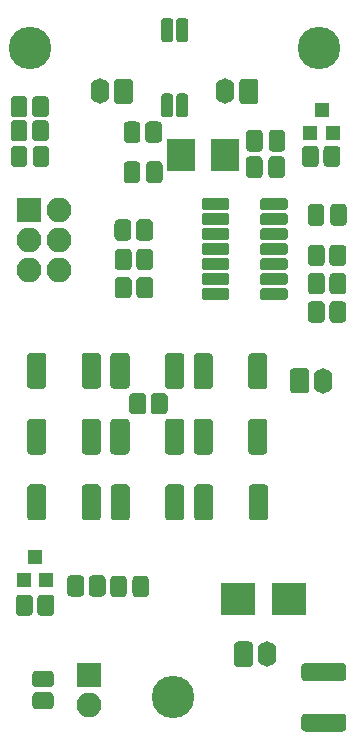
<source format=gbr>
G04 #@! TF.GenerationSoftware,KiCad,Pcbnew,(5.1.5)-3*
G04 #@! TF.CreationDate,2021-03-11T16:31:08+00:00*
G04 #@! TF.ProjectId,ModuleV440,4d6f6475-6c65-4563-9434-302e6b696361,rev?*
G04 #@! TF.SameCoordinates,Original*
G04 #@! TF.FileFunction,Soldermask,Top*
G04 #@! TF.FilePolarity,Negative*
%FSLAX46Y46*%
G04 Gerber Fmt 4.6, Leading zero omitted, Abs format (unit mm)*
G04 Created by KiCad (PCBNEW (5.1.5)-3) date 2021-03-11 16:31:08*
%MOMM*%
%LPD*%
G04 APERTURE LIST*
%ADD10C,0.100000*%
%ADD11O,1.600000X2.150000*%
%ADD12O,2.100000X2.100000*%
%ADD13R,2.100000X2.100000*%
%ADD14R,2.900000X2.700000*%
%ADD15R,1.200000X1.300000*%
%ADD16C,3.600000*%
%ADD17R,2.400000X2.800000*%
G04 APERTURE END LIST*
D10*
G36*
X119868473Y-76564197D02*
G01*
X119900665Y-76568972D01*
X119932235Y-76576880D01*
X119962877Y-76587844D01*
X119992298Y-76601759D01*
X120020212Y-76618490D01*
X120046353Y-76637877D01*
X120070467Y-76659733D01*
X120092323Y-76683847D01*
X120111710Y-76709988D01*
X120128441Y-76737902D01*
X120142356Y-76767323D01*
X120153320Y-76797965D01*
X120161228Y-76829535D01*
X120166003Y-76861727D01*
X120167600Y-76894233D01*
X120167600Y-79280967D01*
X120166003Y-79313473D01*
X120161228Y-79345665D01*
X120153320Y-79377235D01*
X120142356Y-79407877D01*
X120128441Y-79437298D01*
X120111710Y-79465212D01*
X120092323Y-79491353D01*
X120070467Y-79515467D01*
X120046353Y-79537323D01*
X120020212Y-79556710D01*
X119992298Y-79573441D01*
X119962877Y-79587356D01*
X119932235Y-79598320D01*
X119900665Y-79606228D01*
X119868473Y-79611003D01*
X119835967Y-79612600D01*
X118874233Y-79612600D01*
X118841727Y-79611003D01*
X118809535Y-79606228D01*
X118777965Y-79598320D01*
X118747323Y-79587356D01*
X118717902Y-79573441D01*
X118689988Y-79556710D01*
X118663847Y-79537323D01*
X118639733Y-79515467D01*
X118617877Y-79491353D01*
X118598490Y-79465212D01*
X118581759Y-79437298D01*
X118567844Y-79407877D01*
X118556880Y-79377235D01*
X118548972Y-79345665D01*
X118544197Y-79313473D01*
X118542600Y-79280967D01*
X118542600Y-76894233D01*
X118544197Y-76861727D01*
X118548972Y-76829535D01*
X118556880Y-76797965D01*
X118567844Y-76767323D01*
X118581759Y-76737902D01*
X118598490Y-76709988D01*
X118617877Y-76683847D01*
X118639733Y-76659733D01*
X118663847Y-76637877D01*
X118689988Y-76618490D01*
X118717902Y-76601759D01*
X118747323Y-76587844D01*
X118777965Y-76576880D01*
X118809535Y-76568972D01*
X118841727Y-76564197D01*
X118874233Y-76562600D01*
X119835967Y-76562600D01*
X119868473Y-76564197D01*
G37*
G36*
X124493473Y-76564197D02*
G01*
X124525665Y-76568972D01*
X124557235Y-76576880D01*
X124587877Y-76587844D01*
X124617298Y-76601759D01*
X124645212Y-76618490D01*
X124671353Y-76637877D01*
X124695467Y-76659733D01*
X124717323Y-76683847D01*
X124736710Y-76709988D01*
X124753441Y-76737902D01*
X124767356Y-76767323D01*
X124778320Y-76797965D01*
X124786228Y-76829535D01*
X124791003Y-76861727D01*
X124792600Y-76894233D01*
X124792600Y-79280967D01*
X124791003Y-79313473D01*
X124786228Y-79345665D01*
X124778320Y-79377235D01*
X124767356Y-79407877D01*
X124753441Y-79437298D01*
X124736710Y-79465212D01*
X124717323Y-79491353D01*
X124695467Y-79515467D01*
X124671353Y-79537323D01*
X124645212Y-79556710D01*
X124617298Y-79573441D01*
X124587877Y-79587356D01*
X124557235Y-79598320D01*
X124525665Y-79606228D01*
X124493473Y-79611003D01*
X124460967Y-79612600D01*
X123499233Y-79612600D01*
X123466727Y-79611003D01*
X123434535Y-79606228D01*
X123402965Y-79598320D01*
X123372323Y-79587356D01*
X123342902Y-79573441D01*
X123314988Y-79556710D01*
X123288847Y-79537323D01*
X123264733Y-79515467D01*
X123242877Y-79491353D01*
X123223490Y-79465212D01*
X123206759Y-79437298D01*
X123192844Y-79407877D01*
X123181880Y-79377235D01*
X123173972Y-79345665D01*
X123169197Y-79313473D01*
X123167600Y-79280967D01*
X123167600Y-76894233D01*
X123169197Y-76861727D01*
X123173972Y-76829535D01*
X123181880Y-76797965D01*
X123192844Y-76767323D01*
X123206759Y-76737902D01*
X123223490Y-76709988D01*
X123242877Y-76683847D01*
X123264733Y-76659733D01*
X123288847Y-76637877D01*
X123314988Y-76618490D01*
X123342902Y-76601759D01*
X123372323Y-76587844D01*
X123402965Y-76576880D01*
X123434535Y-76568972D01*
X123466727Y-76564197D01*
X123499233Y-76562600D01*
X124460967Y-76562600D01*
X124493473Y-76564197D01*
G37*
G36*
X117443473Y-76514197D02*
G01*
X117475665Y-76518972D01*
X117507235Y-76526880D01*
X117537877Y-76537844D01*
X117567298Y-76551759D01*
X117595212Y-76568490D01*
X117621353Y-76587877D01*
X117645467Y-76609733D01*
X117667323Y-76633847D01*
X117686710Y-76659988D01*
X117703441Y-76687902D01*
X117717356Y-76717323D01*
X117728320Y-76747965D01*
X117736228Y-76779535D01*
X117741003Y-76811727D01*
X117742600Y-76844233D01*
X117742600Y-79230967D01*
X117741003Y-79263473D01*
X117736228Y-79295665D01*
X117728320Y-79327235D01*
X117717356Y-79357877D01*
X117703441Y-79387298D01*
X117686710Y-79415212D01*
X117667323Y-79441353D01*
X117645467Y-79465467D01*
X117621353Y-79487323D01*
X117595212Y-79506710D01*
X117567298Y-79523441D01*
X117537877Y-79537356D01*
X117507235Y-79548320D01*
X117475665Y-79556228D01*
X117443473Y-79561003D01*
X117410967Y-79562600D01*
X116449233Y-79562600D01*
X116416727Y-79561003D01*
X116384535Y-79556228D01*
X116352965Y-79548320D01*
X116322323Y-79537356D01*
X116292902Y-79523441D01*
X116264988Y-79506710D01*
X116238847Y-79487323D01*
X116214733Y-79465467D01*
X116192877Y-79441353D01*
X116173490Y-79415212D01*
X116156759Y-79387298D01*
X116142844Y-79357877D01*
X116131880Y-79327235D01*
X116123972Y-79295665D01*
X116119197Y-79263473D01*
X116117600Y-79230967D01*
X116117600Y-76844233D01*
X116119197Y-76811727D01*
X116123972Y-76779535D01*
X116131880Y-76747965D01*
X116142844Y-76717323D01*
X116156759Y-76687902D01*
X116173490Y-76659988D01*
X116192877Y-76633847D01*
X116214733Y-76609733D01*
X116238847Y-76587877D01*
X116264988Y-76568490D01*
X116292902Y-76551759D01*
X116322323Y-76537844D01*
X116352965Y-76526880D01*
X116384535Y-76518972D01*
X116416727Y-76514197D01*
X116449233Y-76512600D01*
X117410967Y-76512600D01*
X117443473Y-76514197D01*
G37*
G36*
X112818473Y-76514197D02*
G01*
X112850665Y-76518972D01*
X112882235Y-76526880D01*
X112912877Y-76537844D01*
X112942298Y-76551759D01*
X112970212Y-76568490D01*
X112996353Y-76587877D01*
X113020467Y-76609733D01*
X113042323Y-76633847D01*
X113061710Y-76659988D01*
X113078441Y-76687902D01*
X113092356Y-76717323D01*
X113103320Y-76747965D01*
X113111228Y-76779535D01*
X113116003Y-76811727D01*
X113117600Y-76844233D01*
X113117600Y-79230967D01*
X113116003Y-79263473D01*
X113111228Y-79295665D01*
X113103320Y-79327235D01*
X113092356Y-79357877D01*
X113078441Y-79387298D01*
X113061710Y-79415212D01*
X113042323Y-79441353D01*
X113020467Y-79465467D01*
X112996353Y-79487323D01*
X112970212Y-79506710D01*
X112942298Y-79523441D01*
X112912877Y-79537356D01*
X112882235Y-79548320D01*
X112850665Y-79556228D01*
X112818473Y-79561003D01*
X112785967Y-79562600D01*
X111824233Y-79562600D01*
X111791727Y-79561003D01*
X111759535Y-79556228D01*
X111727965Y-79548320D01*
X111697323Y-79537356D01*
X111667902Y-79523441D01*
X111639988Y-79506710D01*
X111613847Y-79487323D01*
X111589733Y-79465467D01*
X111567877Y-79441353D01*
X111548490Y-79415212D01*
X111531759Y-79387298D01*
X111517844Y-79357877D01*
X111506880Y-79327235D01*
X111498972Y-79295665D01*
X111494197Y-79263473D01*
X111492600Y-79230967D01*
X111492600Y-76844233D01*
X111494197Y-76811727D01*
X111498972Y-76779535D01*
X111506880Y-76747965D01*
X111517844Y-76717323D01*
X111531759Y-76687902D01*
X111548490Y-76659988D01*
X111567877Y-76633847D01*
X111589733Y-76609733D01*
X111613847Y-76587877D01*
X111639988Y-76568490D01*
X111667902Y-76551759D01*
X111697323Y-76537844D01*
X111727965Y-76526880D01*
X111759535Y-76518972D01*
X111791727Y-76514197D01*
X111824233Y-76512600D01*
X112785967Y-76512600D01*
X112818473Y-76514197D01*
G37*
G36*
X124493473Y-82089197D02*
G01*
X124525665Y-82093972D01*
X124557235Y-82101880D01*
X124587877Y-82112844D01*
X124617298Y-82126759D01*
X124645212Y-82143490D01*
X124671353Y-82162877D01*
X124695467Y-82184733D01*
X124717323Y-82208847D01*
X124736710Y-82234988D01*
X124753441Y-82262902D01*
X124767356Y-82292323D01*
X124778320Y-82322965D01*
X124786228Y-82354535D01*
X124791003Y-82386727D01*
X124792600Y-82419233D01*
X124792600Y-84805967D01*
X124791003Y-84838473D01*
X124786228Y-84870665D01*
X124778320Y-84902235D01*
X124767356Y-84932877D01*
X124753441Y-84962298D01*
X124736710Y-84990212D01*
X124717323Y-85016353D01*
X124695467Y-85040467D01*
X124671353Y-85062323D01*
X124645212Y-85081710D01*
X124617298Y-85098441D01*
X124587877Y-85112356D01*
X124557235Y-85123320D01*
X124525665Y-85131228D01*
X124493473Y-85136003D01*
X124460967Y-85137600D01*
X123499233Y-85137600D01*
X123466727Y-85136003D01*
X123434535Y-85131228D01*
X123402965Y-85123320D01*
X123372323Y-85112356D01*
X123342902Y-85098441D01*
X123314988Y-85081710D01*
X123288847Y-85062323D01*
X123264733Y-85040467D01*
X123242877Y-85016353D01*
X123223490Y-84990212D01*
X123206759Y-84962298D01*
X123192844Y-84932877D01*
X123181880Y-84902235D01*
X123173972Y-84870665D01*
X123169197Y-84838473D01*
X123167600Y-84805967D01*
X123167600Y-82419233D01*
X123169197Y-82386727D01*
X123173972Y-82354535D01*
X123181880Y-82322965D01*
X123192844Y-82292323D01*
X123206759Y-82262902D01*
X123223490Y-82234988D01*
X123242877Y-82208847D01*
X123264733Y-82184733D01*
X123288847Y-82162877D01*
X123314988Y-82143490D01*
X123342902Y-82126759D01*
X123372323Y-82112844D01*
X123402965Y-82101880D01*
X123434535Y-82093972D01*
X123466727Y-82089197D01*
X123499233Y-82087600D01*
X124460967Y-82087600D01*
X124493473Y-82089197D01*
G37*
G36*
X119868473Y-82089197D02*
G01*
X119900665Y-82093972D01*
X119932235Y-82101880D01*
X119962877Y-82112844D01*
X119992298Y-82126759D01*
X120020212Y-82143490D01*
X120046353Y-82162877D01*
X120070467Y-82184733D01*
X120092323Y-82208847D01*
X120111710Y-82234988D01*
X120128441Y-82262902D01*
X120142356Y-82292323D01*
X120153320Y-82322965D01*
X120161228Y-82354535D01*
X120166003Y-82386727D01*
X120167600Y-82419233D01*
X120167600Y-84805967D01*
X120166003Y-84838473D01*
X120161228Y-84870665D01*
X120153320Y-84902235D01*
X120142356Y-84932877D01*
X120128441Y-84962298D01*
X120111710Y-84990212D01*
X120092323Y-85016353D01*
X120070467Y-85040467D01*
X120046353Y-85062323D01*
X120020212Y-85081710D01*
X119992298Y-85098441D01*
X119962877Y-85112356D01*
X119932235Y-85123320D01*
X119900665Y-85131228D01*
X119868473Y-85136003D01*
X119835967Y-85137600D01*
X118874233Y-85137600D01*
X118841727Y-85136003D01*
X118809535Y-85131228D01*
X118777965Y-85123320D01*
X118747323Y-85112356D01*
X118717902Y-85098441D01*
X118689988Y-85081710D01*
X118663847Y-85062323D01*
X118639733Y-85040467D01*
X118617877Y-85016353D01*
X118598490Y-84990212D01*
X118581759Y-84962298D01*
X118567844Y-84932877D01*
X118556880Y-84902235D01*
X118548972Y-84870665D01*
X118544197Y-84838473D01*
X118542600Y-84805967D01*
X118542600Y-82419233D01*
X118544197Y-82386727D01*
X118548972Y-82354535D01*
X118556880Y-82322965D01*
X118567844Y-82292323D01*
X118581759Y-82262902D01*
X118598490Y-82234988D01*
X118617877Y-82208847D01*
X118639733Y-82184733D01*
X118663847Y-82162877D01*
X118689988Y-82143490D01*
X118717902Y-82126759D01*
X118747323Y-82112844D01*
X118777965Y-82101880D01*
X118809535Y-82093972D01*
X118841727Y-82089197D01*
X118874233Y-82087600D01*
X119835967Y-82087600D01*
X119868473Y-82089197D01*
G37*
G36*
X112818473Y-82089197D02*
G01*
X112850665Y-82093972D01*
X112882235Y-82101880D01*
X112912877Y-82112844D01*
X112942298Y-82126759D01*
X112970212Y-82143490D01*
X112996353Y-82162877D01*
X113020467Y-82184733D01*
X113042323Y-82208847D01*
X113061710Y-82234988D01*
X113078441Y-82262902D01*
X113092356Y-82292323D01*
X113103320Y-82322965D01*
X113111228Y-82354535D01*
X113116003Y-82386727D01*
X113117600Y-82419233D01*
X113117600Y-84805967D01*
X113116003Y-84838473D01*
X113111228Y-84870665D01*
X113103320Y-84902235D01*
X113092356Y-84932877D01*
X113078441Y-84962298D01*
X113061710Y-84990212D01*
X113042323Y-85016353D01*
X113020467Y-85040467D01*
X112996353Y-85062323D01*
X112970212Y-85081710D01*
X112942298Y-85098441D01*
X112912877Y-85112356D01*
X112882235Y-85123320D01*
X112850665Y-85131228D01*
X112818473Y-85136003D01*
X112785967Y-85137600D01*
X111824233Y-85137600D01*
X111791727Y-85136003D01*
X111759535Y-85131228D01*
X111727965Y-85123320D01*
X111697323Y-85112356D01*
X111667902Y-85098441D01*
X111639988Y-85081710D01*
X111613847Y-85062323D01*
X111589733Y-85040467D01*
X111567877Y-85016353D01*
X111548490Y-84990212D01*
X111531759Y-84962298D01*
X111517844Y-84932877D01*
X111506880Y-84902235D01*
X111498972Y-84870665D01*
X111494197Y-84838473D01*
X111492600Y-84805967D01*
X111492600Y-82419233D01*
X111494197Y-82386727D01*
X111498972Y-82354535D01*
X111506880Y-82322965D01*
X111517844Y-82292323D01*
X111531759Y-82262902D01*
X111548490Y-82234988D01*
X111567877Y-82208847D01*
X111589733Y-82184733D01*
X111613847Y-82162877D01*
X111639988Y-82143490D01*
X111667902Y-82126759D01*
X111697323Y-82112844D01*
X111727965Y-82101880D01*
X111759535Y-82093972D01*
X111791727Y-82089197D01*
X111824233Y-82087600D01*
X112785967Y-82087600D01*
X112818473Y-82089197D01*
G37*
G36*
X117443473Y-82089197D02*
G01*
X117475665Y-82093972D01*
X117507235Y-82101880D01*
X117537877Y-82112844D01*
X117567298Y-82126759D01*
X117595212Y-82143490D01*
X117621353Y-82162877D01*
X117645467Y-82184733D01*
X117667323Y-82208847D01*
X117686710Y-82234988D01*
X117703441Y-82262902D01*
X117717356Y-82292323D01*
X117728320Y-82322965D01*
X117736228Y-82354535D01*
X117741003Y-82386727D01*
X117742600Y-82419233D01*
X117742600Y-84805967D01*
X117741003Y-84838473D01*
X117736228Y-84870665D01*
X117728320Y-84902235D01*
X117717356Y-84932877D01*
X117703441Y-84962298D01*
X117686710Y-84990212D01*
X117667323Y-85016353D01*
X117645467Y-85040467D01*
X117621353Y-85062323D01*
X117595212Y-85081710D01*
X117567298Y-85098441D01*
X117537877Y-85112356D01*
X117507235Y-85123320D01*
X117475665Y-85131228D01*
X117443473Y-85136003D01*
X117410967Y-85137600D01*
X116449233Y-85137600D01*
X116416727Y-85136003D01*
X116384535Y-85131228D01*
X116352965Y-85123320D01*
X116322323Y-85112356D01*
X116292902Y-85098441D01*
X116264988Y-85081710D01*
X116238847Y-85062323D01*
X116214733Y-85040467D01*
X116192877Y-85016353D01*
X116173490Y-84990212D01*
X116156759Y-84962298D01*
X116142844Y-84932877D01*
X116131880Y-84902235D01*
X116123972Y-84870665D01*
X116119197Y-84838473D01*
X116117600Y-84805967D01*
X116117600Y-82419233D01*
X116119197Y-82386727D01*
X116123972Y-82354535D01*
X116131880Y-82322965D01*
X116142844Y-82292323D01*
X116156759Y-82262902D01*
X116173490Y-82234988D01*
X116192877Y-82208847D01*
X116214733Y-82184733D01*
X116238847Y-82162877D01*
X116264988Y-82143490D01*
X116292902Y-82126759D01*
X116322323Y-82112844D01*
X116352965Y-82101880D01*
X116384535Y-82093972D01*
X116416727Y-82089197D01*
X116449233Y-82087600D01*
X117410967Y-82087600D01*
X117443473Y-82089197D01*
G37*
G36*
X119918473Y-87664197D02*
G01*
X119950665Y-87668972D01*
X119982235Y-87676880D01*
X120012877Y-87687844D01*
X120042298Y-87701759D01*
X120070212Y-87718490D01*
X120096353Y-87737877D01*
X120120467Y-87759733D01*
X120142323Y-87783847D01*
X120161710Y-87809988D01*
X120178441Y-87837902D01*
X120192356Y-87867323D01*
X120203320Y-87897965D01*
X120211228Y-87929535D01*
X120216003Y-87961727D01*
X120217600Y-87994233D01*
X120217600Y-90380967D01*
X120216003Y-90413473D01*
X120211228Y-90445665D01*
X120203320Y-90477235D01*
X120192356Y-90507877D01*
X120178441Y-90537298D01*
X120161710Y-90565212D01*
X120142323Y-90591353D01*
X120120467Y-90615467D01*
X120096353Y-90637323D01*
X120070212Y-90656710D01*
X120042298Y-90673441D01*
X120012877Y-90687356D01*
X119982235Y-90698320D01*
X119950665Y-90706228D01*
X119918473Y-90711003D01*
X119885967Y-90712600D01*
X118924233Y-90712600D01*
X118891727Y-90711003D01*
X118859535Y-90706228D01*
X118827965Y-90698320D01*
X118797323Y-90687356D01*
X118767902Y-90673441D01*
X118739988Y-90656710D01*
X118713847Y-90637323D01*
X118689733Y-90615467D01*
X118667877Y-90591353D01*
X118648490Y-90565212D01*
X118631759Y-90537298D01*
X118617844Y-90507877D01*
X118606880Y-90477235D01*
X118598972Y-90445665D01*
X118594197Y-90413473D01*
X118592600Y-90380967D01*
X118592600Y-87994233D01*
X118594197Y-87961727D01*
X118598972Y-87929535D01*
X118606880Y-87897965D01*
X118617844Y-87867323D01*
X118631759Y-87837902D01*
X118648490Y-87809988D01*
X118667877Y-87783847D01*
X118689733Y-87759733D01*
X118713847Y-87737877D01*
X118739988Y-87718490D01*
X118767902Y-87701759D01*
X118797323Y-87687844D01*
X118827965Y-87676880D01*
X118859535Y-87668972D01*
X118891727Y-87664197D01*
X118924233Y-87662600D01*
X119885967Y-87662600D01*
X119918473Y-87664197D01*
G37*
G36*
X124543473Y-87664197D02*
G01*
X124575665Y-87668972D01*
X124607235Y-87676880D01*
X124637877Y-87687844D01*
X124667298Y-87701759D01*
X124695212Y-87718490D01*
X124721353Y-87737877D01*
X124745467Y-87759733D01*
X124767323Y-87783847D01*
X124786710Y-87809988D01*
X124803441Y-87837902D01*
X124817356Y-87867323D01*
X124828320Y-87897965D01*
X124836228Y-87929535D01*
X124841003Y-87961727D01*
X124842600Y-87994233D01*
X124842600Y-90380967D01*
X124841003Y-90413473D01*
X124836228Y-90445665D01*
X124828320Y-90477235D01*
X124817356Y-90507877D01*
X124803441Y-90537298D01*
X124786710Y-90565212D01*
X124767323Y-90591353D01*
X124745467Y-90615467D01*
X124721353Y-90637323D01*
X124695212Y-90656710D01*
X124667298Y-90673441D01*
X124637877Y-90687356D01*
X124607235Y-90698320D01*
X124575665Y-90706228D01*
X124543473Y-90711003D01*
X124510967Y-90712600D01*
X123549233Y-90712600D01*
X123516727Y-90711003D01*
X123484535Y-90706228D01*
X123452965Y-90698320D01*
X123422323Y-90687356D01*
X123392902Y-90673441D01*
X123364988Y-90656710D01*
X123338847Y-90637323D01*
X123314733Y-90615467D01*
X123292877Y-90591353D01*
X123273490Y-90565212D01*
X123256759Y-90537298D01*
X123242844Y-90507877D01*
X123231880Y-90477235D01*
X123223972Y-90445665D01*
X123219197Y-90413473D01*
X123217600Y-90380967D01*
X123217600Y-87994233D01*
X123219197Y-87961727D01*
X123223972Y-87929535D01*
X123231880Y-87897965D01*
X123242844Y-87867323D01*
X123256759Y-87837902D01*
X123273490Y-87809988D01*
X123292877Y-87783847D01*
X123314733Y-87759733D01*
X123338847Y-87737877D01*
X123364988Y-87718490D01*
X123392902Y-87701759D01*
X123422323Y-87687844D01*
X123452965Y-87676880D01*
X123484535Y-87668972D01*
X123516727Y-87664197D01*
X123549233Y-87662600D01*
X124510967Y-87662600D01*
X124543473Y-87664197D01*
G37*
G36*
X117468473Y-87664197D02*
G01*
X117500665Y-87668972D01*
X117532235Y-87676880D01*
X117562877Y-87687844D01*
X117592298Y-87701759D01*
X117620212Y-87718490D01*
X117646353Y-87737877D01*
X117670467Y-87759733D01*
X117692323Y-87783847D01*
X117711710Y-87809988D01*
X117728441Y-87837902D01*
X117742356Y-87867323D01*
X117753320Y-87897965D01*
X117761228Y-87929535D01*
X117766003Y-87961727D01*
X117767600Y-87994233D01*
X117767600Y-90380967D01*
X117766003Y-90413473D01*
X117761228Y-90445665D01*
X117753320Y-90477235D01*
X117742356Y-90507877D01*
X117728441Y-90537298D01*
X117711710Y-90565212D01*
X117692323Y-90591353D01*
X117670467Y-90615467D01*
X117646353Y-90637323D01*
X117620212Y-90656710D01*
X117592298Y-90673441D01*
X117562877Y-90687356D01*
X117532235Y-90698320D01*
X117500665Y-90706228D01*
X117468473Y-90711003D01*
X117435967Y-90712600D01*
X116474233Y-90712600D01*
X116441727Y-90711003D01*
X116409535Y-90706228D01*
X116377965Y-90698320D01*
X116347323Y-90687356D01*
X116317902Y-90673441D01*
X116289988Y-90656710D01*
X116263847Y-90637323D01*
X116239733Y-90615467D01*
X116217877Y-90591353D01*
X116198490Y-90565212D01*
X116181759Y-90537298D01*
X116167844Y-90507877D01*
X116156880Y-90477235D01*
X116148972Y-90445665D01*
X116144197Y-90413473D01*
X116142600Y-90380967D01*
X116142600Y-87994233D01*
X116144197Y-87961727D01*
X116148972Y-87929535D01*
X116156880Y-87897965D01*
X116167844Y-87867323D01*
X116181759Y-87837902D01*
X116198490Y-87809988D01*
X116217877Y-87783847D01*
X116239733Y-87759733D01*
X116263847Y-87737877D01*
X116289988Y-87718490D01*
X116317902Y-87701759D01*
X116347323Y-87687844D01*
X116377965Y-87676880D01*
X116409535Y-87668972D01*
X116441727Y-87664197D01*
X116474233Y-87662600D01*
X117435967Y-87662600D01*
X117468473Y-87664197D01*
G37*
G36*
X112843473Y-87664197D02*
G01*
X112875665Y-87668972D01*
X112907235Y-87676880D01*
X112937877Y-87687844D01*
X112967298Y-87701759D01*
X112995212Y-87718490D01*
X113021353Y-87737877D01*
X113045467Y-87759733D01*
X113067323Y-87783847D01*
X113086710Y-87809988D01*
X113103441Y-87837902D01*
X113117356Y-87867323D01*
X113128320Y-87897965D01*
X113136228Y-87929535D01*
X113141003Y-87961727D01*
X113142600Y-87994233D01*
X113142600Y-90380967D01*
X113141003Y-90413473D01*
X113136228Y-90445665D01*
X113128320Y-90477235D01*
X113117356Y-90507877D01*
X113103441Y-90537298D01*
X113086710Y-90565212D01*
X113067323Y-90591353D01*
X113045467Y-90615467D01*
X113021353Y-90637323D01*
X112995212Y-90656710D01*
X112967298Y-90673441D01*
X112937877Y-90687356D01*
X112907235Y-90698320D01*
X112875665Y-90706228D01*
X112843473Y-90711003D01*
X112810967Y-90712600D01*
X111849233Y-90712600D01*
X111816727Y-90711003D01*
X111784535Y-90706228D01*
X111752965Y-90698320D01*
X111722323Y-90687356D01*
X111692902Y-90673441D01*
X111664988Y-90656710D01*
X111638847Y-90637323D01*
X111614733Y-90615467D01*
X111592877Y-90591353D01*
X111573490Y-90565212D01*
X111556759Y-90537298D01*
X111542844Y-90507877D01*
X111531880Y-90477235D01*
X111523972Y-90445665D01*
X111519197Y-90413473D01*
X111517600Y-90380967D01*
X111517600Y-87994233D01*
X111519197Y-87961727D01*
X111523972Y-87929535D01*
X111531880Y-87897965D01*
X111542844Y-87867323D01*
X111556759Y-87837902D01*
X111573490Y-87809988D01*
X111592877Y-87783847D01*
X111614733Y-87759733D01*
X111638847Y-87737877D01*
X111664988Y-87718490D01*
X111692902Y-87701759D01*
X111722323Y-87687844D01*
X111752965Y-87676880D01*
X111784535Y-87668972D01*
X111816727Y-87664197D01*
X111849233Y-87662600D01*
X112810967Y-87662600D01*
X112843473Y-87664197D01*
G37*
G36*
X105768473Y-76514197D02*
G01*
X105800665Y-76518972D01*
X105832235Y-76526880D01*
X105862877Y-76537844D01*
X105892298Y-76551759D01*
X105920212Y-76568490D01*
X105946353Y-76587877D01*
X105970467Y-76609733D01*
X105992323Y-76633847D01*
X106011710Y-76659988D01*
X106028441Y-76687902D01*
X106042356Y-76717323D01*
X106053320Y-76747965D01*
X106061228Y-76779535D01*
X106066003Y-76811727D01*
X106067600Y-76844233D01*
X106067600Y-79230967D01*
X106066003Y-79263473D01*
X106061228Y-79295665D01*
X106053320Y-79327235D01*
X106042356Y-79357877D01*
X106028441Y-79387298D01*
X106011710Y-79415212D01*
X105992323Y-79441353D01*
X105970467Y-79465467D01*
X105946353Y-79487323D01*
X105920212Y-79506710D01*
X105892298Y-79523441D01*
X105862877Y-79537356D01*
X105832235Y-79548320D01*
X105800665Y-79556228D01*
X105768473Y-79561003D01*
X105735967Y-79562600D01*
X104774233Y-79562600D01*
X104741727Y-79561003D01*
X104709535Y-79556228D01*
X104677965Y-79548320D01*
X104647323Y-79537356D01*
X104617902Y-79523441D01*
X104589988Y-79506710D01*
X104563847Y-79487323D01*
X104539733Y-79465467D01*
X104517877Y-79441353D01*
X104498490Y-79415212D01*
X104481759Y-79387298D01*
X104467844Y-79357877D01*
X104456880Y-79327235D01*
X104448972Y-79295665D01*
X104444197Y-79263473D01*
X104442600Y-79230967D01*
X104442600Y-76844233D01*
X104444197Y-76811727D01*
X104448972Y-76779535D01*
X104456880Y-76747965D01*
X104467844Y-76717323D01*
X104481759Y-76687902D01*
X104498490Y-76659988D01*
X104517877Y-76633847D01*
X104539733Y-76609733D01*
X104563847Y-76587877D01*
X104589988Y-76568490D01*
X104617902Y-76551759D01*
X104647323Y-76537844D01*
X104677965Y-76526880D01*
X104709535Y-76518972D01*
X104741727Y-76514197D01*
X104774233Y-76512600D01*
X105735967Y-76512600D01*
X105768473Y-76514197D01*
G37*
G36*
X110393473Y-76514197D02*
G01*
X110425665Y-76518972D01*
X110457235Y-76526880D01*
X110487877Y-76537844D01*
X110517298Y-76551759D01*
X110545212Y-76568490D01*
X110571353Y-76587877D01*
X110595467Y-76609733D01*
X110617323Y-76633847D01*
X110636710Y-76659988D01*
X110653441Y-76687902D01*
X110667356Y-76717323D01*
X110678320Y-76747965D01*
X110686228Y-76779535D01*
X110691003Y-76811727D01*
X110692600Y-76844233D01*
X110692600Y-79230967D01*
X110691003Y-79263473D01*
X110686228Y-79295665D01*
X110678320Y-79327235D01*
X110667356Y-79357877D01*
X110653441Y-79387298D01*
X110636710Y-79415212D01*
X110617323Y-79441353D01*
X110595467Y-79465467D01*
X110571353Y-79487323D01*
X110545212Y-79506710D01*
X110517298Y-79523441D01*
X110487877Y-79537356D01*
X110457235Y-79548320D01*
X110425665Y-79556228D01*
X110393473Y-79561003D01*
X110360967Y-79562600D01*
X109399233Y-79562600D01*
X109366727Y-79561003D01*
X109334535Y-79556228D01*
X109302965Y-79548320D01*
X109272323Y-79537356D01*
X109242902Y-79523441D01*
X109214988Y-79506710D01*
X109188847Y-79487323D01*
X109164733Y-79465467D01*
X109142877Y-79441353D01*
X109123490Y-79415212D01*
X109106759Y-79387298D01*
X109092844Y-79357877D01*
X109081880Y-79327235D01*
X109073972Y-79295665D01*
X109069197Y-79263473D01*
X109067600Y-79230967D01*
X109067600Y-76844233D01*
X109069197Y-76811727D01*
X109073972Y-76779535D01*
X109081880Y-76747965D01*
X109092844Y-76717323D01*
X109106759Y-76687902D01*
X109123490Y-76659988D01*
X109142877Y-76633847D01*
X109164733Y-76609733D01*
X109188847Y-76587877D01*
X109214988Y-76568490D01*
X109242902Y-76551759D01*
X109272323Y-76537844D01*
X109302965Y-76526880D01*
X109334535Y-76518972D01*
X109366727Y-76514197D01*
X109399233Y-76512600D01*
X110360967Y-76512600D01*
X110393473Y-76514197D01*
G37*
G36*
X110393473Y-82089197D02*
G01*
X110425665Y-82093972D01*
X110457235Y-82101880D01*
X110487877Y-82112844D01*
X110517298Y-82126759D01*
X110545212Y-82143490D01*
X110571353Y-82162877D01*
X110595467Y-82184733D01*
X110617323Y-82208847D01*
X110636710Y-82234988D01*
X110653441Y-82262902D01*
X110667356Y-82292323D01*
X110678320Y-82322965D01*
X110686228Y-82354535D01*
X110691003Y-82386727D01*
X110692600Y-82419233D01*
X110692600Y-84805967D01*
X110691003Y-84838473D01*
X110686228Y-84870665D01*
X110678320Y-84902235D01*
X110667356Y-84932877D01*
X110653441Y-84962298D01*
X110636710Y-84990212D01*
X110617323Y-85016353D01*
X110595467Y-85040467D01*
X110571353Y-85062323D01*
X110545212Y-85081710D01*
X110517298Y-85098441D01*
X110487877Y-85112356D01*
X110457235Y-85123320D01*
X110425665Y-85131228D01*
X110393473Y-85136003D01*
X110360967Y-85137600D01*
X109399233Y-85137600D01*
X109366727Y-85136003D01*
X109334535Y-85131228D01*
X109302965Y-85123320D01*
X109272323Y-85112356D01*
X109242902Y-85098441D01*
X109214988Y-85081710D01*
X109188847Y-85062323D01*
X109164733Y-85040467D01*
X109142877Y-85016353D01*
X109123490Y-84990212D01*
X109106759Y-84962298D01*
X109092844Y-84932877D01*
X109081880Y-84902235D01*
X109073972Y-84870665D01*
X109069197Y-84838473D01*
X109067600Y-84805967D01*
X109067600Y-82419233D01*
X109069197Y-82386727D01*
X109073972Y-82354535D01*
X109081880Y-82322965D01*
X109092844Y-82292323D01*
X109106759Y-82262902D01*
X109123490Y-82234988D01*
X109142877Y-82208847D01*
X109164733Y-82184733D01*
X109188847Y-82162877D01*
X109214988Y-82143490D01*
X109242902Y-82126759D01*
X109272323Y-82112844D01*
X109302965Y-82101880D01*
X109334535Y-82093972D01*
X109366727Y-82089197D01*
X109399233Y-82087600D01*
X110360967Y-82087600D01*
X110393473Y-82089197D01*
G37*
G36*
X105768473Y-82089197D02*
G01*
X105800665Y-82093972D01*
X105832235Y-82101880D01*
X105862877Y-82112844D01*
X105892298Y-82126759D01*
X105920212Y-82143490D01*
X105946353Y-82162877D01*
X105970467Y-82184733D01*
X105992323Y-82208847D01*
X106011710Y-82234988D01*
X106028441Y-82262902D01*
X106042356Y-82292323D01*
X106053320Y-82322965D01*
X106061228Y-82354535D01*
X106066003Y-82386727D01*
X106067600Y-82419233D01*
X106067600Y-84805967D01*
X106066003Y-84838473D01*
X106061228Y-84870665D01*
X106053320Y-84902235D01*
X106042356Y-84932877D01*
X106028441Y-84962298D01*
X106011710Y-84990212D01*
X105992323Y-85016353D01*
X105970467Y-85040467D01*
X105946353Y-85062323D01*
X105920212Y-85081710D01*
X105892298Y-85098441D01*
X105862877Y-85112356D01*
X105832235Y-85123320D01*
X105800665Y-85131228D01*
X105768473Y-85136003D01*
X105735967Y-85137600D01*
X104774233Y-85137600D01*
X104741727Y-85136003D01*
X104709535Y-85131228D01*
X104677965Y-85123320D01*
X104647323Y-85112356D01*
X104617902Y-85098441D01*
X104589988Y-85081710D01*
X104563847Y-85062323D01*
X104539733Y-85040467D01*
X104517877Y-85016353D01*
X104498490Y-84990212D01*
X104481759Y-84962298D01*
X104467844Y-84932877D01*
X104456880Y-84902235D01*
X104448972Y-84870665D01*
X104444197Y-84838473D01*
X104442600Y-84805967D01*
X104442600Y-82419233D01*
X104444197Y-82386727D01*
X104448972Y-82354535D01*
X104456880Y-82322965D01*
X104467844Y-82292323D01*
X104481759Y-82262902D01*
X104498490Y-82234988D01*
X104517877Y-82208847D01*
X104539733Y-82184733D01*
X104563847Y-82162877D01*
X104589988Y-82143490D01*
X104617902Y-82126759D01*
X104647323Y-82112844D01*
X104677965Y-82101880D01*
X104709535Y-82093972D01*
X104741727Y-82089197D01*
X104774233Y-82087600D01*
X105735967Y-82087600D01*
X105768473Y-82089197D01*
G37*
G36*
X105768473Y-87664197D02*
G01*
X105800665Y-87668972D01*
X105832235Y-87676880D01*
X105862877Y-87687844D01*
X105892298Y-87701759D01*
X105920212Y-87718490D01*
X105946353Y-87737877D01*
X105970467Y-87759733D01*
X105992323Y-87783847D01*
X106011710Y-87809988D01*
X106028441Y-87837902D01*
X106042356Y-87867323D01*
X106053320Y-87897965D01*
X106061228Y-87929535D01*
X106066003Y-87961727D01*
X106067600Y-87994233D01*
X106067600Y-90380967D01*
X106066003Y-90413473D01*
X106061228Y-90445665D01*
X106053320Y-90477235D01*
X106042356Y-90507877D01*
X106028441Y-90537298D01*
X106011710Y-90565212D01*
X105992323Y-90591353D01*
X105970467Y-90615467D01*
X105946353Y-90637323D01*
X105920212Y-90656710D01*
X105892298Y-90673441D01*
X105862877Y-90687356D01*
X105832235Y-90698320D01*
X105800665Y-90706228D01*
X105768473Y-90711003D01*
X105735967Y-90712600D01*
X104774233Y-90712600D01*
X104741727Y-90711003D01*
X104709535Y-90706228D01*
X104677965Y-90698320D01*
X104647323Y-90687356D01*
X104617902Y-90673441D01*
X104589988Y-90656710D01*
X104563847Y-90637323D01*
X104539733Y-90615467D01*
X104517877Y-90591353D01*
X104498490Y-90565212D01*
X104481759Y-90537298D01*
X104467844Y-90507877D01*
X104456880Y-90477235D01*
X104448972Y-90445665D01*
X104444197Y-90413473D01*
X104442600Y-90380967D01*
X104442600Y-87994233D01*
X104444197Y-87961727D01*
X104448972Y-87929535D01*
X104456880Y-87897965D01*
X104467844Y-87867323D01*
X104481759Y-87837902D01*
X104498490Y-87809988D01*
X104517877Y-87783847D01*
X104539733Y-87759733D01*
X104563847Y-87737877D01*
X104589988Y-87718490D01*
X104617902Y-87701759D01*
X104647323Y-87687844D01*
X104677965Y-87676880D01*
X104709535Y-87668972D01*
X104741727Y-87664197D01*
X104774233Y-87662600D01*
X105735967Y-87662600D01*
X105768473Y-87664197D01*
G37*
G36*
X110393473Y-87664197D02*
G01*
X110425665Y-87668972D01*
X110457235Y-87676880D01*
X110487877Y-87687844D01*
X110517298Y-87701759D01*
X110545212Y-87718490D01*
X110571353Y-87737877D01*
X110595467Y-87759733D01*
X110617323Y-87783847D01*
X110636710Y-87809988D01*
X110653441Y-87837902D01*
X110667356Y-87867323D01*
X110678320Y-87897965D01*
X110686228Y-87929535D01*
X110691003Y-87961727D01*
X110692600Y-87994233D01*
X110692600Y-90380967D01*
X110691003Y-90413473D01*
X110686228Y-90445665D01*
X110678320Y-90477235D01*
X110667356Y-90507877D01*
X110653441Y-90537298D01*
X110636710Y-90565212D01*
X110617323Y-90591353D01*
X110595467Y-90615467D01*
X110571353Y-90637323D01*
X110545212Y-90656710D01*
X110517298Y-90673441D01*
X110487877Y-90687356D01*
X110457235Y-90698320D01*
X110425665Y-90706228D01*
X110393473Y-90711003D01*
X110360967Y-90712600D01*
X109399233Y-90712600D01*
X109366727Y-90711003D01*
X109334535Y-90706228D01*
X109302965Y-90698320D01*
X109272323Y-90687356D01*
X109242902Y-90673441D01*
X109214988Y-90656710D01*
X109188847Y-90637323D01*
X109164733Y-90615467D01*
X109142877Y-90591353D01*
X109123490Y-90565212D01*
X109106759Y-90537298D01*
X109092844Y-90507877D01*
X109081880Y-90477235D01*
X109073972Y-90445665D01*
X109069197Y-90413473D01*
X109067600Y-90380967D01*
X109067600Y-87994233D01*
X109069197Y-87961727D01*
X109073972Y-87929535D01*
X109081880Y-87897965D01*
X109092844Y-87867323D01*
X109106759Y-87837902D01*
X109123490Y-87809988D01*
X109142877Y-87783847D01*
X109164733Y-87759733D01*
X109188847Y-87737877D01*
X109214988Y-87718490D01*
X109242902Y-87701759D01*
X109272323Y-87687844D01*
X109302965Y-87676880D01*
X109334535Y-87668972D01*
X109366727Y-87664197D01*
X109399233Y-87662600D01*
X110360967Y-87662600D01*
X110393473Y-87664197D01*
G37*
G36*
X116582104Y-48188804D02*
G01*
X116606373Y-48192404D01*
X116630171Y-48198365D01*
X116653271Y-48206630D01*
X116675449Y-48217120D01*
X116696493Y-48229733D01*
X116716198Y-48244347D01*
X116734377Y-48260823D01*
X116750853Y-48279002D01*
X116765467Y-48298707D01*
X116778080Y-48319751D01*
X116788570Y-48341929D01*
X116796835Y-48365029D01*
X116802796Y-48388827D01*
X116806396Y-48413096D01*
X116807600Y-48437600D01*
X116807600Y-49962600D01*
X116806396Y-49987104D01*
X116802796Y-50011373D01*
X116796835Y-50035171D01*
X116788570Y-50058271D01*
X116778080Y-50080449D01*
X116765467Y-50101493D01*
X116750853Y-50121198D01*
X116734377Y-50139377D01*
X116716198Y-50155853D01*
X116696493Y-50170467D01*
X116675449Y-50183080D01*
X116653271Y-50193570D01*
X116630171Y-50201835D01*
X116606373Y-50207796D01*
X116582104Y-50211396D01*
X116557600Y-50212600D01*
X116057600Y-50212600D01*
X116033096Y-50211396D01*
X116008827Y-50207796D01*
X115985029Y-50201835D01*
X115961929Y-50193570D01*
X115939751Y-50183080D01*
X115918707Y-50170467D01*
X115899002Y-50155853D01*
X115880823Y-50139377D01*
X115864347Y-50121198D01*
X115849733Y-50101493D01*
X115837120Y-50080449D01*
X115826630Y-50058271D01*
X115818365Y-50035171D01*
X115812404Y-50011373D01*
X115808804Y-49987104D01*
X115807600Y-49962600D01*
X115807600Y-48437600D01*
X115808804Y-48413096D01*
X115812404Y-48388827D01*
X115818365Y-48365029D01*
X115826630Y-48341929D01*
X115837120Y-48319751D01*
X115849733Y-48298707D01*
X115864347Y-48279002D01*
X115880823Y-48260823D01*
X115899002Y-48244347D01*
X115918707Y-48229733D01*
X115939751Y-48217120D01*
X115961929Y-48206630D01*
X115985029Y-48198365D01*
X116008827Y-48192404D01*
X116033096Y-48188804D01*
X116057600Y-48187600D01*
X116557600Y-48187600D01*
X116582104Y-48188804D01*
G37*
G36*
X117852104Y-48188804D02*
G01*
X117876373Y-48192404D01*
X117900171Y-48198365D01*
X117923271Y-48206630D01*
X117945449Y-48217120D01*
X117966493Y-48229733D01*
X117986198Y-48244347D01*
X118004377Y-48260823D01*
X118020853Y-48279002D01*
X118035467Y-48298707D01*
X118048080Y-48319751D01*
X118058570Y-48341929D01*
X118066835Y-48365029D01*
X118072796Y-48388827D01*
X118076396Y-48413096D01*
X118077600Y-48437600D01*
X118077600Y-49962600D01*
X118076396Y-49987104D01*
X118072796Y-50011373D01*
X118066835Y-50035171D01*
X118058570Y-50058271D01*
X118048080Y-50080449D01*
X118035467Y-50101493D01*
X118020853Y-50121198D01*
X118004377Y-50139377D01*
X117986198Y-50155853D01*
X117966493Y-50170467D01*
X117945449Y-50183080D01*
X117923271Y-50193570D01*
X117900171Y-50201835D01*
X117876373Y-50207796D01*
X117852104Y-50211396D01*
X117827600Y-50212600D01*
X117327600Y-50212600D01*
X117303096Y-50211396D01*
X117278827Y-50207796D01*
X117255029Y-50201835D01*
X117231929Y-50193570D01*
X117209751Y-50183080D01*
X117188707Y-50170467D01*
X117169002Y-50155853D01*
X117150823Y-50139377D01*
X117134347Y-50121198D01*
X117119733Y-50101493D01*
X117107120Y-50080449D01*
X117096630Y-50058271D01*
X117088365Y-50035171D01*
X117082404Y-50011373D01*
X117078804Y-49987104D01*
X117077600Y-49962600D01*
X117077600Y-48437600D01*
X117078804Y-48413096D01*
X117082404Y-48388827D01*
X117088365Y-48365029D01*
X117096630Y-48341929D01*
X117107120Y-48319751D01*
X117119733Y-48298707D01*
X117134347Y-48279002D01*
X117150823Y-48260823D01*
X117169002Y-48244347D01*
X117188707Y-48229733D01*
X117209751Y-48217120D01*
X117231929Y-48206630D01*
X117255029Y-48198365D01*
X117278827Y-48192404D01*
X117303096Y-48188804D01*
X117327600Y-48187600D01*
X117827600Y-48187600D01*
X117852104Y-48188804D01*
G37*
G36*
X117852104Y-54563804D02*
G01*
X117876373Y-54567404D01*
X117900171Y-54573365D01*
X117923271Y-54581630D01*
X117945449Y-54592120D01*
X117966493Y-54604733D01*
X117986198Y-54619347D01*
X118004377Y-54635823D01*
X118020853Y-54654002D01*
X118035467Y-54673707D01*
X118048080Y-54694751D01*
X118058570Y-54716929D01*
X118066835Y-54740029D01*
X118072796Y-54763827D01*
X118076396Y-54788096D01*
X118077600Y-54812600D01*
X118077600Y-56337600D01*
X118076396Y-56362104D01*
X118072796Y-56386373D01*
X118066835Y-56410171D01*
X118058570Y-56433271D01*
X118048080Y-56455449D01*
X118035467Y-56476493D01*
X118020853Y-56496198D01*
X118004377Y-56514377D01*
X117986198Y-56530853D01*
X117966493Y-56545467D01*
X117945449Y-56558080D01*
X117923271Y-56568570D01*
X117900171Y-56576835D01*
X117876373Y-56582796D01*
X117852104Y-56586396D01*
X117827600Y-56587600D01*
X117327600Y-56587600D01*
X117303096Y-56586396D01*
X117278827Y-56582796D01*
X117255029Y-56576835D01*
X117231929Y-56568570D01*
X117209751Y-56558080D01*
X117188707Y-56545467D01*
X117169002Y-56530853D01*
X117150823Y-56514377D01*
X117134347Y-56496198D01*
X117119733Y-56476493D01*
X117107120Y-56455449D01*
X117096630Y-56433271D01*
X117088365Y-56410171D01*
X117082404Y-56386373D01*
X117078804Y-56362104D01*
X117077600Y-56337600D01*
X117077600Y-54812600D01*
X117078804Y-54788096D01*
X117082404Y-54763827D01*
X117088365Y-54740029D01*
X117096630Y-54716929D01*
X117107120Y-54694751D01*
X117119733Y-54673707D01*
X117134347Y-54654002D01*
X117150823Y-54635823D01*
X117169002Y-54619347D01*
X117188707Y-54604733D01*
X117209751Y-54592120D01*
X117231929Y-54581630D01*
X117255029Y-54573365D01*
X117278827Y-54567404D01*
X117303096Y-54563804D01*
X117327600Y-54562600D01*
X117827600Y-54562600D01*
X117852104Y-54563804D01*
G37*
G36*
X116582104Y-54563804D02*
G01*
X116606373Y-54567404D01*
X116630171Y-54573365D01*
X116653271Y-54581630D01*
X116675449Y-54592120D01*
X116696493Y-54604733D01*
X116716198Y-54619347D01*
X116734377Y-54635823D01*
X116750853Y-54654002D01*
X116765467Y-54673707D01*
X116778080Y-54694751D01*
X116788570Y-54716929D01*
X116796835Y-54740029D01*
X116802796Y-54763827D01*
X116806396Y-54788096D01*
X116807600Y-54812600D01*
X116807600Y-56337600D01*
X116806396Y-56362104D01*
X116802796Y-56386373D01*
X116796835Y-56410171D01*
X116788570Y-56433271D01*
X116778080Y-56455449D01*
X116765467Y-56476493D01*
X116750853Y-56496198D01*
X116734377Y-56514377D01*
X116716198Y-56530853D01*
X116696493Y-56545467D01*
X116675449Y-56558080D01*
X116653271Y-56568570D01*
X116630171Y-56576835D01*
X116606373Y-56582796D01*
X116582104Y-56586396D01*
X116557600Y-56587600D01*
X116057600Y-56587600D01*
X116033096Y-56586396D01*
X116008827Y-56582796D01*
X115985029Y-56576835D01*
X115961929Y-56568570D01*
X115939751Y-56558080D01*
X115918707Y-56545467D01*
X115899002Y-56530853D01*
X115880823Y-56514377D01*
X115864347Y-56496198D01*
X115849733Y-56476493D01*
X115837120Y-56455449D01*
X115826630Y-56433271D01*
X115818365Y-56410171D01*
X115812404Y-56386373D01*
X115808804Y-56362104D01*
X115807600Y-56337600D01*
X115807600Y-54812600D01*
X115808804Y-54788096D01*
X115812404Y-54763827D01*
X115818365Y-54740029D01*
X115826630Y-54716929D01*
X115837120Y-54694751D01*
X115849733Y-54673707D01*
X115864347Y-54654002D01*
X115880823Y-54635823D01*
X115899002Y-54619347D01*
X115918707Y-54604733D01*
X115939751Y-54592120D01*
X115961929Y-54581630D01*
X115985029Y-54573365D01*
X116008827Y-54567404D01*
X116033096Y-54563804D01*
X116057600Y-54562600D01*
X116557600Y-54562600D01*
X116582104Y-54563804D01*
G37*
D11*
X121217600Y-54387600D03*
D10*
G36*
X123716940Y-53314205D02*
G01*
X123749298Y-53319005D01*
X123781029Y-53326953D01*
X123811829Y-53337973D01*
X123841400Y-53351959D01*
X123869457Y-53368777D01*
X123895732Y-53388263D01*
X123919969Y-53410231D01*
X123941937Y-53434468D01*
X123961423Y-53460743D01*
X123978241Y-53488800D01*
X123992227Y-53518371D01*
X124003247Y-53549171D01*
X124011195Y-53580902D01*
X124015995Y-53613260D01*
X124017600Y-53645932D01*
X124017600Y-55129268D01*
X124015995Y-55161940D01*
X124011195Y-55194298D01*
X124003247Y-55226029D01*
X123992227Y-55256829D01*
X123978241Y-55286400D01*
X123961423Y-55314457D01*
X123941937Y-55340732D01*
X123919969Y-55364969D01*
X123895732Y-55386937D01*
X123869457Y-55406423D01*
X123841400Y-55423241D01*
X123811829Y-55437227D01*
X123781029Y-55448247D01*
X123749298Y-55456195D01*
X123716940Y-55460995D01*
X123684268Y-55462600D01*
X122750932Y-55462600D01*
X122718260Y-55460995D01*
X122685902Y-55456195D01*
X122654171Y-55448247D01*
X122623371Y-55437227D01*
X122593800Y-55423241D01*
X122565743Y-55406423D01*
X122539468Y-55386937D01*
X122515231Y-55364969D01*
X122493263Y-55340732D01*
X122473777Y-55314457D01*
X122456959Y-55286400D01*
X122442973Y-55256829D01*
X122431953Y-55226029D01*
X122424005Y-55194298D01*
X122419205Y-55161940D01*
X122417600Y-55129268D01*
X122417600Y-53645932D01*
X122419205Y-53613260D01*
X122424005Y-53580902D01*
X122431953Y-53549171D01*
X122442973Y-53518371D01*
X122456959Y-53488800D01*
X122473777Y-53460743D01*
X122493263Y-53434468D01*
X122515231Y-53410231D01*
X122539468Y-53388263D01*
X122565743Y-53368777D01*
X122593800Y-53351959D01*
X122623371Y-53337973D01*
X122654171Y-53326953D01*
X122685902Y-53319005D01*
X122718260Y-53314205D01*
X122750932Y-53312600D01*
X123684268Y-53312600D01*
X123716940Y-53314205D01*
G37*
D11*
X110617600Y-54387600D03*
D10*
G36*
X113116940Y-53314205D02*
G01*
X113149298Y-53319005D01*
X113181029Y-53326953D01*
X113211829Y-53337973D01*
X113241400Y-53351959D01*
X113269457Y-53368777D01*
X113295732Y-53388263D01*
X113319969Y-53410231D01*
X113341937Y-53434468D01*
X113361423Y-53460743D01*
X113378241Y-53488800D01*
X113392227Y-53518371D01*
X113403247Y-53549171D01*
X113411195Y-53580902D01*
X113415995Y-53613260D01*
X113417600Y-53645932D01*
X113417600Y-55129268D01*
X113415995Y-55161940D01*
X113411195Y-55194298D01*
X113403247Y-55226029D01*
X113392227Y-55256829D01*
X113378241Y-55286400D01*
X113361423Y-55314457D01*
X113341937Y-55340732D01*
X113319969Y-55364969D01*
X113295732Y-55386937D01*
X113269457Y-55406423D01*
X113241400Y-55423241D01*
X113211829Y-55437227D01*
X113181029Y-55448247D01*
X113149298Y-55456195D01*
X113116940Y-55460995D01*
X113084268Y-55462600D01*
X112150932Y-55462600D01*
X112118260Y-55460995D01*
X112085902Y-55456195D01*
X112054171Y-55448247D01*
X112023371Y-55437227D01*
X111993800Y-55423241D01*
X111965743Y-55406423D01*
X111939468Y-55386937D01*
X111915231Y-55364969D01*
X111893263Y-55340732D01*
X111873777Y-55314457D01*
X111856959Y-55286400D01*
X111842973Y-55256829D01*
X111831953Y-55226029D01*
X111824005Y-55194298D01*
X111819205Y-55161940D01*
X111817600Y-55129268D01*
X111817600Y-53645932D01*
X111819205Y-53613260D01*
X111824005Y-53580902D01*
X111831953Y-53549171D01*
X111842973Y-53518371D01*
X111856959Y-53488800D01*
X111873777Y-53460743D01*
X111893263Y-53434468D01*
X111915231Y-53410231D01*
X111939468Y-53388263D01*
X111965743Y-53368777D01*
X111993800Y-53351959D01*
X112023371Y-53337973D01*
X112054171Y-53326953D01*
X112085902Y-53319005D01*
X112118260Y-53314205D01*
X112150932Y-53312600D01*
X113084268Y-53312600D01*
X113116940Y-53314205D01*
G37*
D12*
X109667600Y-106302600D03*
D13*
X109667600Y-103762600D03*
D14*
X122317600Y-97387600D03*
X126617600Y-97387600D03*
D10*
G36*
X106374107Y-103434274D02*
G01*
X106407846Y-103439278D01*
X106440931Y-103447566D01*
X106473045Y-103459056D01*
X106503879Y-103473639D01*
X106533134Y-103491174D01*
X106560530Y-103511492D01*
X106585802Y-103534398D01*
X106608708Y-103559670D01*
X106629026Y-103587066D01*
X106646561Y-103616321D01*
X106661144Y-103647155D01*
X106672634Y-103679269D01*
X106680922Y-103712354D01*
X106685926Y-103746093D01*
X106687600Y-103780160D01*
X106687600Y-104510040D01*
X106685926Y-104544107D01*
X106680922Y-104577846D01*
X106672634Y-104610931D01*
X106661144Y-104643045D01*
X106646561Y-104673879D01*
X106629026Y-104703134D01*
X106608708Y-104730530D01*
X106585802Y-104755802D01*
X106560530Y-104778708D01*
X106533134Y-104799026D01*
X106503879Y-104816561D01*
X106473045Y-104831144D01*
X106440931Y-104842634D01*
X106407846Y-104850922D01*
X106374107Y-104855926D01*
X106340040Y-104857600D01*
X105235160Y-104857600D01*
X105201093Y-104855926D01*
X105167354Y-104850922D01*
X105134269Y-104842634D01*
X105102155Y-104831144D01*
X105071321Y-104816561D01*
X105042066Y-104799026D01*
X105014670Y-104778708D01*
X104989398Y-104755802D01*
X104966492Y-104730530D01*
X104946174Y-104703134D01*
X104928639Y-104673879D01*
X104914056Y-104643045D01*
X104902566Y-104610931D01*
X104894278Y-104577846D01*
X104889274Y-104544107D01*
X104887600Y-104510040D01*
X104887600Y-103780160D01*
X104889274Y-103746093D01*
X104894278Y-103712354D01*
X104902566Y-103679269D01*
X104914056Y-103647155D01*
X104928639Y-103616321D01*
X104946174Y-103587066D01*
X104966492Y-103559670D01*
X104989398Y-103534398D01*
X105014670Y-103511492D01*
X105042066Y-103491174D01*
X105071321Y-103473639D01*
X105102155Y-103459056D01*
X105134269Y-103447566D01*
X105167354Y-103439278D01*
X105201093Y-103434274D01*
X105235160Y-103432600D01*
X106340040Y-103432600D01*
X106374107Y-103434274D01*
G37*
G36*
X106374107Y-105259274D02*
G01*
X106407846Y-105264278D01*
X106440931Y-105272566D01*
X106473045Y-105284056D01*
X106503879Y-105298639D01*
X106533134Y-105316174D01*
X106560530Y-105336492D01*
X106585802Y-105359398D01*
X106608708Y-105384670D01*
X106629026Y-105412066D01*
X106646561Y-105441321D01*
X106661144Y-105472155D01*
X106672634Y-105504269D01*
X106680922Y-105537354D01*
X106685926Y-105571093D01*
X106687600Y-105605160D01*
X106687600Y-106335040D01*
X106685926Y-106369107D01*
X106680922Y-106402846D01*
X106672634Y-106435931D01*
X106661144Y-106468045D01*
X106646561Y-106498879D01*
X106629026Y-106528134D01*
X106608708Y-106555530D01*
X106585802Y-106580802D01*
X106560530Y-106603708D01*
X106533134Y-106624026D01*
X106503879Y-106641561D01*
X106473045Y-106656144D01*
X106440931Y-106667634D01*
X106407846Y-106675922D01*
X106374107Y-106680926D01*
X106340040Y-106682600D01*
X105235160Y-106682600D01*
X105201093Y-106680926D01*
X105167354Y-106675922D01*
X105134269Y-106667634D01*
X105102155Y-106656144D01*
X105071321Y-106641561D01*
X105042066Y-106624026D01*
X105014670Y-106603708D01*
X104989398Y-106580802D01*
X104966492Y-106555530D01*
X104946174Y-106528134D01*
X104928639Y-106498879D01*
X104914056Y-106468045D01*
X104902566Y-106435931D01*
X104894278Y-106402846D01*
X104889274Y-106369107D01*
X104887600Y-106335040D01*
X104887600Y-105605160D01*
X104889274Y-105571093D01*
X104894278Y-105537354D01*
X104902566Y-105504269D01*
X104914056Y-105472155D01*
X104928639Y-105441321D01*
X104946174Y-105412066D01*
X104966492Y-105384670D01*
X104989398Y-105359398D01*
X105014670Y-105336492D01*
X105042066Y-105316174D01*
X105071321Y-105298639D01*
X105102155Y-105284056D01*
X105134269Y-105272566D01*
X105167354Y-105264278D01*
X105201093Y-105259274D01*
X105235160Y-105257600D01*
X106340040Y-105257600D01*
X106374107Y-105259274D01*
G37*
G36*
X131154107Y-72164274D02*
G01*
X131187846Y-72169278D01*
X131220931Y-72177566D01*
X131253045Y-72189056D01*
X131283879Y-72203639D01*
X131313134Y-72221174D01*
X131340530Y-72241492D01*
X131365802Y-72264398D01*
X131388708Y-72289670D01*
X131409026Y-72317066D01*
X131426561Y-72346321D01*
X131441144Y-72377155D01*
X131452634Y-72409269D01*
X131460922Y-72442354D01*
X131465926Y-72476093D01*
X131467600Y-72510160D01*
X131467600Y-73615040D01*
X131465926Y-73649107D01*
X131460922Y-73682846D01*
X131452634Y-73715931D01*
X131441144Y-73748045D01*
X131426561Y-73778879D01*
X131409026Y-73808134D01*
X131388708Y-73835530D01*
X131365802Y-73860802D01*
X131340530Y-73883708D01*
X131313134Y-73904026D01*
X131283879Y-73921561D01*
X131253045Y-73936144D01*
X131220931Y-73947634D01*
X131187846Y-73955922D01*
X131154107Y-73960926D01*
X131120040Y-73962600D01*
X130390160Y-73962600D01*
X130356093Y-73960926D01*
X130322354Y-73955922D01*
X130289269Y-73947634D01*
X130257155Y-73936144D01*
X130226321Y-73921561D01*
X130197066Y-73904026D01*
X130169670Y-73883708D01*
X130144398Y-73860802D01*
X130121492Y-73835530D01*
X130101174Y-73808134D01*
X130083639Y-73778879D01*
X130069056Y-73748045D01*
X130057566Y-73715931D01*
X130049278Y-73682846D01*
X130044274Y-73649107D01*
X130042600Y-73615040D01*
X130042600Y-72510160D01*
X130044274Y-72476093D01*
X130049278Y-72442354D01*
X130057566Y-72409269D01*
X130069056Y-72377155D01*
X130083639Y-72346321D01*
X130101174Y-72317066D01*
X130121492Y-72289670D01*
X130144398Y-72264398D01*
X130169670Y-72241492D01*
X130197066Y-72221174D01*
X130226321Y-72203639D01*
X130257155Y-72189056D01*
X130289269Y-72177566D01*
X130322354Y-72169278D01*
X130356093Y-72164274D01*
X130390160Y-72162600D01*
X131120040Y-72162600D01*
X131154107Y-72164274D01*
G37*
G36*
X129329107Y-72164274D02*
G01*
X129362846Y-72169278D01*
X129395931Y-72177566D01*
X129428045Y-72189056D01*
X129458879Y-72203639D01*
X129488134Y-72221174D01*
X129515530Y-72241492D01*
X129540802Y-72264398D01*
X129563708Y-72289670D01*
X129584026Y-72317066D01*
X129601561Y-72346321D01*
X129616144Y-72377155D01*
X129627634Y-72409269D01*
X129635922Y-72442354D01*
X129640926Y-72476093D01*
X129642600Y-72510160D01*
X129642600Y-73615040D01*
X129640926Y-73649107D01*
X129635922Y-73682846D01*
X129627634Y-73715931D01*
X129616144Y-73748045D01*
X129601561Y-73778879D01*
X129584026Y-73808134D01*
X129563708Y-73835530D01*
X129540802Y-73860802D01*
X129515530Y-73883708D01*
X129488134Y-73904026D01*
X129458879Y-73921561D01*
X129428045Y-73936144D01*
X129395931Y-73947634D01*
X129362846Y-73955922D01*
X129329107Y-73960926D01*
X129295040Y-73962600D01*
X128565160Y-73962600D01*
X128531093Y-73960926D01*
X128497354Y-73955922D01*
X128464269Y-73947634D01*
X128432155Y-73936144D01*
X128401321Y-73921561D01*
X128372066Y-73904026D01*
X128344670Y-73883708D01*
X128319398Y-73860802D01*
X128296492Y-73835530D01*
X128276174Y-73808134D01*
X128258639Y-73778879D01*
X128244056Y-73748045D01*
X128232566Y-73715931D01*
X128224278Y-73682846D01*
X128219274Y-73649107D01*
X128217600Y-73615040D01*
X128217600Y-72510160D01*
X128219274Y-72476093D01*
X128224278Y-72442354D01*
X128232566Y-72409269D01*
X128244056Y-72377155D01*
X128258639Y-72346321D01*
X128276174Y-72317066D01*
X128296492Y-72289670D01*
X128319398Y-72264398D01*
X128344670Y-72241492D01*
X128372066Y-72221174D01*
X128401321Y-72203639D01*
X128432155Y-72189056D01*
X128464269Y-72177566D01*
X128497354Y-72169278D01*
X128531093Y-72164274D01*
X128565160Y-72162600D01*
X129295040Y-72162600D01*
X129329107Y-72164274D01*
G37*
G36*
X131154107Y-69764274D02*
G01*
X131187846Y-69769278D01*
X131220931Y-69777566D01*
X131253045Y-69789056D01*
X131283879Y-69803639D01*
X131313134Y-69821174D01*
X131340530Y-69841492D01*
X131365802Y-69864398D01*
X131388708Y-69889670D01*
X131409026Y-69917066D01*
X131426561Y-69946321D01*
X131441144Y-69977155D01*
X131452634Y-70009269D01*
X131460922Y-70042354D01*
X131465926Y-70076093D01*
X131467600Y-70110160D01*
X131467600Y-71215040D01*
X131465926Y-71249107D01*
X131460922Y-71282846D01*
X131452634Y-71315931D01*
X131441144Y-71348045D01*
X131426561Y-71378879D01*
X131409026Y-71408134D01*
X131388708Y-71435530D01*
X131365802Y-71460802D01*
X131340530Y-71483708D01*
X131313134Y-71504026D01*
X131283879Y-71521561D01*
X131253045Y-71536144D01*
X131220931Y-71547634D01*
X131187846Y-71555922D01*
X131154107Y-71560926D01*
X131120040Y-71562600D01*
X130390160Y-71562600D01*
X130356093Y-71560926D01*
X130322354Y-71555922D01*
X130289269Y-71547634D01*
X130257155Y-71536144D01*
X130226321Y-71521561D01*
X130197066Y-71504026D01*
X130169670Y-71483708D01*
X130144398Y-71460802D01*
X130121492Y-71435530D01*
X130101174Y-71408134D01*
X130083639Y-71378879D01*
X130069056Y-71348045D01*
X130057566Y-71315931D01*
X130049278Y-71282846D01*
X130044274Y-71249107D01*
X130042600Y-71215040D01*
X130042600Y-70110160D01*
X130044274Y-70076093D01*
X130049278Y-70042354D01*
X130057566Y-70009269D01*
X130069056Y-69977155D01*
X130083639Y-69946321D01*
X130101174Y-69917066D01*
X130121492Y-69889670D01*
X130144398Y-69864398D01*
X130169670Y-69841492D01*
X130197066Y-69821174D01*
X130226321Y-69803639D01*
X130257155Y-69789056D01*
X130289269Y-69777566D01*
X130322354Y-69769278D01*
X130356093Y-69764274D01*
X130390160Y-69762600D01*
X131120040Y-69762600D01*
X131154107Y-69764274D01*
G37*
G36*
X129329107Y-69764274D02*
G01*
X129362846Y-69769278D01*
X129395931Y-69777566D01*
X129428045Y-69789056D01*
X129458879Y-69803639D01*
X129488134Y-69821174D01*
X129515530Y-69841492D01*
X129540802Y-69864398D01*
X129563708Y-69889670D01*
X129584026Y-69917066D01*
X129601561Y-69946321D01*
X129616144Y-69977155D01*
X129627634Y-70009269D01*
X129635922Y-70042354D01*
X129640926Y-70076093D01*
X129642600Y-70110160D01*
X129642600Y-71215040D01*
X129640926Y-71249107D01*
X129635922Y-71282846D01*
X129627634Y-71315931D01*
X129616144Y-71348045D01*
X129601561Y-71378879D01*
X129584026Y-71408134D01*
X129563708Y-71435530D01*
X129540802Y-71460802D01*
X129515530Y-71483708D01*
X129488134Y-71504026D01*
X129458879Y-71521561D01*
X129428045Y-71536144D01*
X129395931Y-71547634D01*
X129362846Y-71555922D01*
X129329107Y-71560926D01*
X129295040Y-71562600D01*
X128565160Y-71562600D01*
X128531093Y-71560926D01*
X128497354Y-71555922D01*
X128464269Y-71547634D01*
X128432155Y-71536144D01*
X128401321Y-71521561D01*
X128372066Y-71504026D01*
X128344670Y-71483708D01*
X128319398Y-71460802D01*
X128296492Y-71435530D01*
X128276174Y-71408134D01*
X128258639Y-71378879D01*
X128244056Y-71348045D01*
X128232566Y-71315931D01*
X128224278Y-71282846D01*
X128219274Y-71249107D01*
X128217600Y-71215040D01*
X128217600Y-70110160D01*
X128219274Y-70076093D01*
X128224278Y-70042354D01*
X128232566Y-70009269D01*
X128244056Y-69977155D01*
X128258639Y-69946321D01*
X128276174Y-69917066D01*
X128296492Y-69889670D01*
X128319398Y-69864398D01*
X128344670Y-69841492D01*
X128372066Y-69821174D01*
X128401321Y-69803639D01*
X128432155Y-69789056D01*
X128464269Y-69777566D01*
X128497354Y-69769278D01*
X128531093Y-69764274D01*
X128565160Y-69762600D01*
X129295040Y-69762600D01*
X129329107Y-69764274D01*
G37*
G36*
X114204107Y-79939274D02*
G01*
X114237846Y-79944278D01*
X114270931Y-79952566D01*
X114303045Y-79964056D01*
X114333879Y-79978639D01*
X114363134Y-79996174D01*
X114390530Y-80016492D01*
X114415802Y-80039398D01*
X114438708Y-80064670D01*
X114459026Y-80092066D01*
X114476561Y-80121321D01*
X114491144Y-80152155D01*
X114502634Y-80184269D01*
X114510922Y-80217354D01*
X114515926Y-80251093D01*
X114517600Y-80285160D01*
X114517600Y-81390040D01*
X114515926Y-81424107D01*
X114510922Y-81457846D01*
X114502634Y-81490931D01*
X114491144Y-81523045D01*
X114476561Y-81553879D01*
X114459026Y-81583134D01*
X114438708Y-81610530D01*
X114415802Y-81635802D01*
X114390530Y-81658708D01*
X114363134Y-81679026D01*
X114333879Y-81696561D01*
X114303045Y-81711144D01*
X114270931Y-81722634D01*
X114237846Y-81730922D01*
X114204107Y-81735926D01*
X114170040Y-81737600D01*
X113440160Y-81737600D01*
X113406093Y-81735926D01*
X113372354Y-81730922D01*
X113339269Y-81722634D01*
X113307155Y-81711144D01*
X113276321Y-81696561D01*
X113247066Y-81679026D01*
X113219670Y-81658708D01*
X113194398Y-81635802D01*
X113171492Y-81610530D01*
X113151174Y-81583134D01*
X113133639Y-81553879D01*
X113119056Y-81523045D01*
X113107566Y-81490931D01*
X113099278Y-81457846D01*
X113094274Y-81424107D01*
X113092600Y-81390040D01*
X113092600Y-80285160D01*
X113094274Y-80251093D01*
X113099278Y-80217354D01*
X113107566Y-80184269D01*
X113119056Y-80152155D01*
X113133639Y-80121321D01*
X113151174Y-80092066D01*
X113171492Y-80064670D01*
X113194398Y-80039398D01*
X113219670Y-80016492D01*
X113247066Y-79996174D01*
X113276321Y-79978639D01*
X113307155Y-79964056D01*
X113339269Y-79952566D01*
X113372354Y-79944278D01*
X113406093Y-79939274D01*
X113440160Y-79937600D01*
X114170040Y-79937600D01*
X114204107Y-79939274D01*
G37*
G36*
X116029107Y-79939274D02*
G01*
X116062846Y-79944278D01*
X116095931Y-79952566D01*
X116128045Y-79964056D01*
X116158879Y-79978639D01*
X116188134Y-79996174D01*
X116215530Y-80016492D01*
X116240802Y-80039398D01*
X116263708Y-80064670D01*
X116284026Y-80092066D01*
X116301561Y-80121321D01*
X116316144Y-80152155D01*
X116327634Y-80184269D01*
X116335922Y-80217354D01*
X116340926Y-80251093D01*
X116342600Y-80285160D01*
X116342600Y-81390040D01*
X116340926Y-81424107D01*
X116335922Y-81457846D01*
X116327634Y-81490931D01*
X116316144Y-81523045D01*
X116301561Y-81553879D01*
X116284026Y-81583134D01*
X116263708Y-81610530D01*
X116240802Y-81635802D01*
X116215530Y-81658708D01*
X116188134Y-81679026D01*
X116158879Y-81696561D01*
X116128045Y-81711144D01*
X116095931Y-81722634D01*
X116062846Y-81730922D01*
X116029107Y-81735926D01*
X115995040Y-81737600D01*
X115265160Y-81737600D01*
X115231093Y-81735926D01*
X115197354Y-81730922D01*
X115164269Y-81722634D01*
X115132155Y-81711144D01*
X115101321Y-81696561D01*
X115072066Y-81679026D01*
X115044670Y-81658708D01*
X115019398Y-81635802D01*
X114996492Y-81610530D01*
X114976174Y-81583134D01*
X114958639Y-81553879D01*
X114944056Y-81523045D01*
X114932566Y-81490931D01*
X114924278Y-81457846D01*
X114919274Y-81424107D01*
X114917600Y-81390040D01*
X114917600Y-80285160D01*
X114919274Y-80251093D01*
X114924278Y-80217354D01*
X114932566Y-80184269D01*
X114944056Y-80152155D01*
X114958639Y-80121321D01*
X114976174Y-80092066D01*
X114996492Y-80064670D01*
X115019398Y-80039398D01*
X115044670Y-80016492D01*
X115072066Y-79996174D01*
X115101321Y-79978639D01*
X115132155Y-79964056D01*
X115164269Y-79952566D01*
X115197354Y-79944278D01*
X115231093Y-79939274D01*
X115265160Y-79937600D01*
X115995040Y-79937600D01*
X116029107Y-79939274D01*
G37*
G36*
X104154107Y-56814274D02*
G01*
X104187846Y-56819278D01*
X104220931Y-56827566D01*
X104253045Y-56839056D01*
X104283879Y-56853639D01*
X104313134Y-56871174D01*
X104340530Y-56891492D01*
X104365802Y-56914398D01*
X104388708Y-56939670D01*
X104409026Y-56967066D01*
X104426561Y-56996321D01*
X104441144Y-57027155D01*
X104452634Y-57059269D01*
X104460922Y-57092354D01*
X104465926Y-57126093D01*
X104467600Y-57160160D01*
X104467600Y-58265040D01*
X104465926Y-58299107D01*
X104460922Y-58332846D01*
X104452634Y-58365931D01*
X104441144Y-58398045D01*
X104426561Y-58428879D01*
X104409026Y-58458134D01*
X104388708Y-58485530D01*
X104365802Y-58510802D01*
X104340530Y-58533708D01*
X104313134Y-58554026D01*
X104283879Y-58571561D01*
X104253045Y-58586144D01*
X104220931Y-58597634D01*
X104187846Y-58605922D01*
X104154107Y-58610926D01*
X104120040Y-58612600D01*
X103390160Y-58612600D01*
X103356093Y-58610926D01*
X103322354Y-58605922D01*
X103289269Y-58597634D01*
X103257155Y-58586144D01*
X103226321Y-58571561D01*
X103197066Y-58554026D01*
X103169670Y-58533708D01*
X103144398Y-58510802D01*
X103121492Y-58485530D01*
X103101174Y-58458134D01*
X103083639Y-58428879D01*
X103069056Y-58398045D01*
X103057566Y-58365931D01*
X103049278Y-58332846D01*
X103044274Y-58299107D01*
X103042600Y-58265040D01*
X103042600Y-57160160D01*
X103044274Y-57126093D01*
X103049278Y-57092354D01*
X103057566Y-57059269D01*
X103069056Y-57027155D01*
X103083639Y-56996321D01*
X103101174Y-56967066D01*
X103121492Y-56939670D01*
X103144398Y-56914398D01*
X103169670Y-56891492D01*
X103197066Y-56871174D01*
X103226321Y-56853639D01*
X103257155Y-56839056D01*
X103289269Y-56827566D01*
X103322354Y-56819278D01*
X103356093Y-56814274D01*
X103390160Y-56812600D01*
X104120040Y-56812600D01*
X104154107Y-56814274D01*
G37*
G36*
X105979107Y-56814274D02*
G01*
X106012846Y-56819278D01*
X106045931Y-56827566D01*
X106078045Y-56839056D01*
X106108879Y-56853639D01*
X106138134Y-56871174D01*
X106165530Y-56891492D01*
X106190802Y-56914398D01*
X106213708Y-56939670D01*
X106234026Y-56967066D01*
X106251561Y-56996321D01*
X106266144Y-57027155D01*
X106277634Y-57059269D01*
X106285922Y-57092354D01*
X106290926Y-57126093D01*
X106292600Y-57160160D01*
X106292600Y-58265040D01*
X106290926Y-58299107D01*
X106285922Y-58332846D01*
X106277634Y-58365931D01*
X106266144Y-58398045D01*
X106251561Y-58428879D01*
X106234026Y-58458134D01*
X106213708Y-58485530D01*
X106190802Y-58510802D01*
X106165530Y-58533708D01*
X106138134Y-58554026D01*
X106108879Y-58571561D01*
X106078045Y-58586144D01*
X106045931Y-58597634D01*
X106012846Y-58605922D01*
X105979107Y-58610926D01*
X105945040Y-58612600D01*
X105215160Y-58612600D01*
X105181093Y-58610926D01*
X105147354Y-58605922D01*
X105114269Y-58597634D01*
X105082155Y-58586144D01*
X105051321Y-58571561D01*
X105022066Y-58554026D01*
X104994670Y-58533708D01*
X104969398Y-58510802D01*
X104946492Y-58485530D01*
X104926174Y-58458134D01*
X104908639Y-58428879D01*
X104894056Y-58398045D01*
X104882566Y-58365931D01*
X104874278Y-58332846D01*
X104869274Y-58299107D01*
X104867600Y-58265040D01*
X104867600Y-57160160D01*
X104869274Y-57126093D01*
X104874278Y-57092354D01*
X104882566Y-57059269D01*
X104894056Y-57027155D01*
X104908639Y-56996321D01*
X104926174Y-56967066D01*
X104946492Y-56939670D01*
X104969398Y-56914398D01*
X104994670Y-56891492D01*
X105022066Y-56871174D01*
X105051321Y-56853639D01*
X105082155Y-56839056D01*
X105114269Y-56827566D01*
X105147354Y-56819278D01*
X105181093Y-56814274D01*
X105215160Y-56812600D01*
X105945040Y-56812600D01*
X105979107Y-56814274D01*
G37*
G36*
X110779107Y-95359274D02*
G01*
X110812846Y-95364278D01*
X110845931Y-95372566D01*
X110878045Y-95384056D01*
X110908879Y-95398639D01*
X110938134Y-95416174D01*
X110965530Y-95436492D01*
X110990802Y-95459398D01*
X111013708Y-95484670D01*
X111034026Y-95512066D01*
X111051561Y-95541321D01*
X111066144Y-95572155D01*
X111077634Y-95604269D01*
X111085922Y-95637354D01*
X111090926Y-95671093D01*
X111092600Y-95705160D01*
X111092600Y-96810040D01*
X111090926Y-96844107D01*
X111085922Y-96877846D01*
X111077634Y-96910931D01*
X111066144Y-96943045D01*
X111051561Y-96973879D01*
X111034026Y-97003134D01*
X111013708Y-97030530D01*
X110990802Y-97055802D01*
X110965530Y-97078708D01*
X110938134Y-97099026D01*
X110908879Y-97116561D01*
X110878045Y-97131144D01*
X110845931Y-97142634D01*
X110812846Y-97150922D01*
X110779107Y-97155926D01*
X110745040Y-97157600D01*
X110015160Y-97157600D01*
X109981093Y-97155926D01*
X109947354Y-97150922D01*
X109914269Y-97142634D01*
X109882155Y-97131144D01*
X109851321Y-97116561D01*
X109822066Y-97099026D01*
X109794670Y-97078708D01*
X109769398Y-97055802D01*
X109746492Y-97030530D01*
X109726174Y-97003134D01*
X109708639Y-96973879D01*
X109694056Y-96943045D01*
X109682566Y-96910931D01*
X109674278Y-96877846D01*
X109669274Y-96844107D01*
X109667600Y-96810040D01*
X109667600Y-95705160D01*
X109669274Y-95671093D01*
X109674278Y-95637354D01*
X109682566Y-95604269D01*
X109694056Y-95572155D01*
X109708639Y-95541321D01*
X109726174Y-95512066D01*
X109746492Y-95484670D01*
X109769398Y-95459398D01*
X109794670Y-95436492D01*
X109822066Y-95416174D01*
X109851321Y-95398639D01*
X109882155Y-95384056D01*
X109914269Y-95372566D01*
X109947354Y-95364278D01*
X109981093Y-95359274D01*
X110015160Y-95357600D01*
X110745040Y-95357600D01*
X110779107Y-95359274D01*
G37*
G36*
X108954107Y-95359274D02*
G01*
X108987846Y-95364278D01*
X109020931Y-95372566D01*
X109053045Y-95384056D01*
X109083879Y-95398639D01*
X109113134Y-95416174D01*
X109140530Y-95436492D01*
X109165802Y-95459398D01*
X109188708Y-95484670D01*
X109209026Y-95512066D01*
X109226561Y-95541321D01*
X109241144Y-95572155D01*
X109252634Y-95604269D01*
X109260922Y-95637354D01*
X109265926Y-95671093D01*
X109267600Y-95705160D01*
X109267600Y-96810040D01*
X109265926Y-96844107D01*
X109260922Y-96877846D01*
X109252634Y-96910931D01*
X109241144Y-96943045D01*
X109226561Y-96973879D01*
X109209026Y-97003134D01*
X109188708Y-97030530D01*
X109165802Y-97055802D01*
X109140530Y-97078708D01*
X109113134Y-97099026D01*
X109083879Y-97116561D01*
X109053045Y-97131144D01*
X109020931Y-97142634D01*
X108987846Y-97150922D01*
X108954107Y-97155926D01*
X108920040Y-97157600D01*
X108190160Y-97157600D01*
X108156093Y-97155926D01*
X108122354Y-97150922D01*
X108089269Y-97142634D01*
X108057155Y-97131144D01*
X108026321Y-97116561D01*
X107997066Y-97099026D01*
X107969670Y-97078708D01*
X107944398Y-97055802D01*
X107921492Y-97030530D01*
X107901174Y-97003134D01*
X107883639Y-96973879D01*
X107869056Y-96943045D01*
X107857566Y-96910931D01*
X107849278Y-96877846D01*
X107844274Y-96844107D01*
X107842600Y-96810040D01*
X107842600Y-95705160D01*
X107844274Y-95671093D01*
X107849278Y-95637354D01*
X107857566Y-95604269D01*
X107869056Y-95572155D01*
X107883639Y-95541321D01*
X107901174Y-95512066D01*
X107921492Y-95484670D01*
X107944398Y-95459398D01*
X107969670Y-95436492D01*
X107997066Y-95416174D01*
X108026321Y-95398639D01*
X108057155Y-95384056D01*
X108089269Y-95372566D01*
X108122354Y-95364278D01*
X108156093Y-95359274D01*
X108190160Y-95357600D01*
X108920040Y-95357600D01*
X108954107Y-95359274D01*
G37*
G36*
X104154107Y-54789274D02*
G01*
X104187846Y-54794278D01*
X104220931Y-54802566D01*
X104253045Y-54814056D01*
X104283879Y-54828639D01*
X104313134Y-54846174D01*
X104340530Y-54866492D01*
X104365802Y-54889398D01*
X104388708Y-54914670D01*
X104409026Y-54942066D01*
X104426561Y-54971321D01*
X104441144Y-55002155D01*
X104452634Y-55034269D01*
X104460922Y-55067354D01*
X104465926Y-55101093D01*
X104467600Y-55135160D01*
X104467600Y-56240040D01*
X104465926Y-56274107D01*
X104460922Y-56307846D01*
X104452634Y-56340931D01*
X104441144Y-56373045D01*
X104426561Y-56403879D01*
X104409026Y-56433134D01*
X104388708Y-56460530D01*
X104365802Y-56485802D01*
X104340530Y-56508708D01*
X104313134Y-56529026D01*
X104283879Y-56546561D01*
X104253045Y-56561144D01*
X104220931Y-56572634D01*
X104187846Y-56580922D01*
X104154107Y-56585926D01*
X104120040Y-56587600D01*
X103390160Y-56587600D01*
X103356093Y-56585926D01*
X103322354Y-56580922D01*
X103289269Y-56572634D01*
X103257155Y-56561144D01*
X103226321Y-56546561D01*
X103197066Y-56529026D01*
X103169670Y-56508708D01*
X103144398Y-56485802D01*
X103121492Y-56460530D01*
X103101174Y-56433134D01*
X103083639Y-56403879D01*
X103069056Y-56373045D01*
X103057566Y-56340931D01*
X103049278Y-56307846D01*
X103044274Y-56274107D01*
X103042600Y-56240040D01*
X103042600Y-55135160D01*
X103044274Y-55101093D01*
X103049278Y-55067354D01*
X103057566Y-55034269D01*
X103069056Y-55002155D01*
X103083639Y-54971321D01*
X103101174Y-54942066D01*
X103121492Y-54914670D01*
X103144398Y-54889398D01*
X103169670Y-54866492D01*
X103197066Y-54846174D01*
X103226321Y-54828639D01*
X103257155Y-54814056D01*
X103289269Y-54802566D01*
X103322354Y-54794278D01*
X103356093Y-54789274D01*
X103390160Y-54787600D01*
X104120040Y-54787600D01*
X104154107Y-54789274D01*
G37*
G36*
X105979107Y-54789274D02*
G01*
X106012846Y-54794278D01*
X106045931Y-54802566D01*
X106078045Y-54814056D01*
X106108879Y-54828639D01*
X106138134Y-54846174D01*
X106165530Y-54866492D01*
X106190802Y-54889398D01*
X106213708Y-54914670D01*
X106234026Y-54942066D01*
X106251561Y-54971321D01*
X106266144Y-55002155D01*
X106277634Y-55034269D01*
X106285922Y-55067354D01*
X106290926Y-55101093D01*
X106292600Y-55135160D01*
X106292600Y-56240040D01*
X106290926Y-56274107D01*
X106285922Y-56307846D01*
X106277634Y-56340931D01*
X106266144Y-56373045D01*
X106251561Y-56403879D01*
X106234026Y-56433134D01*
X106213708Y-56460530D01*
X106190802Y-56485802D01*
X106165530Y-56508708D01*
X106138134Y-56529026D01*
X106108879Y-56546561D01*
X106078045Y-56561144D01*
X106045931Y-56572634D01*
X106012846Y-56580922D01*
X105979107Y-56585926D01*
X105945040Y-56587600D01*
X105215160Y-56587600D01*
X105181093Y-56585926D01*
X105147354Y-56580922D01*
X105114269Y-56572634D01*
X105082155Y-56561144D01*
X105051321Y-56546561D01*
X105022066Y-56529026D01*
X104994670Y-56508708D01*
X104969398Y-56485802D01*
X104946492Y-56460530D01*
X104926174Y-56433134D01*
X104908639Y-56403879D01*
X104894056Y-56373045D01*
X104882566Y-56340931D01*
X104874278Y-56307846D01*
X104869274Y-56274107D01*
X104867600Y-56240040D01*
X104867600Y-55135160D01*
X104869274Y-55101093D01*
X104874278Y-55067354D01*
X104882566Y-55034269D01*
X104894056Y-55002155D01*
X104908639Y-54971321D01*
X104926174Y-54942066D01*
X104946492Y-54914670D01*
X104969398Y-54889398D01*
X104994670Y-54866492D01*
X105022066Y-54846174D01*
X105051321Y-54828639D01*
X105082155Y-54814056D01*
X105114269Y-54802566D01*
X105147354Y-54794278D01*
X105181093Y-54789274D01*
X105215160Y-54787600D01*
X105945040Y-54787600D01*
X105979107Y-54789274D01*
G37*
G36*
X106429107Y-96989274D02*
G01*
X106462846Y-96994278D01*
X106495931Y-97002566D01*
X106528045Y-97014056D01*
X106558879Y-97028639D01*
X106588134Y-97046174D01*
X106615530Y-97066492D01*
X106640802Y-97089398D01*
X106663708Y-97114670D01*
X106684026Y-97142066D01*
X106701561Y-97171321D01*
X106716144Y-97202155D01*
X106727634Y-97234269D01*
X106735922Y-97267354D01*
X106740926Y-97301093D01*
X106742600Y-97335160D01*
X106742600Y-98440040D01*
X106740926Y-98474107D01*
X106735922Y-98507846D01*
X106727634Y-98540931D01*
X106716144Y-98573045D01*
X106701561Y-98603879D01*
X106684026Y-98633134D01*
X106663708Y-98660530D01*
X106640802Y-98685802D01*
X106615530Y-98708708D01*
X106588134Y-98729026D01*
X106558879Y-98746561D01*
X106528045Y-98761144D01*
X106495931Y-98772634D01*
X106462846Y-98780922D01*
X106429107Y-98785926D01*
X106395040Y-98787600D01*
X105665160Y-98787600D01*
X105631093Y-98785926D01*
X105597354Y-98780922D01*
X105564269Y-98772634D01*
X105532155Y-98761144D01*
X105501321Y-98746561D01*
X105472066Y-98729026D01*
X105444670Y-98708708D01*
X105419398Y-98685802D01*
X105396492Y-98660530D01*
X105376174Y-98633134D01*
X105358639Y-98603879D01*
X105344056Y-98573045D01*
X105332566Y-98540931D01*
X105324278Y-98507846D01*
X105319274Y-98474107D01*
X105317600Y-98440040D01*
X105317600Y-97335160D01*
X105319274Y-97301093D01*
X105324278Y-97267354D01*
X105332566Y-97234269D01*
X105344056Y-97202155D01*
X105358639Y-97171321D01*
X105376174Y-97142066D01*
X105396492Y-97114670D01*
X105419398Y-97089398D01*
X105444670Y-97066492D01*
X105472066Y-97046174D01*
X105501321Y-97028639D01*
X105532155Y-97014056D01*
X105564269Y-97002566D01*
X105597354Y-96994278D01*
X105631093Y-96989274D01*
X105665160Y-96987600D01*
X106395040Y-96987600D01*
X106429107Y-96989274D01*
G37*
G36*
X104604107Y-96989274D02*
G01*
X104637846Y-96994278D01*
X104670931Y-97002566D01*
X104703045Y-97014056D01*
X104733879Y-97028639D01*
X104763134Y-97046174D01*
X104790530Y-97066492D01*
X104815802Y-97089398D01*
X104838708Y-97114670D01*
X104859026Y-97142066D01*
X104876561Y-97171321D01*
X104891144Y-97202155D01*
X104902634Y-97234269D01*
X104910922Y-97267354D01*
X104915926Y-97301093D01*
X104917600Y-97335160D01*
X104917600Y-98440040D01*
X104915926Y-98474107D01*
X104910922Y-98507846D01*
X104902634Y-98540931D01*
X104891144Y-98573045D01*
X104876561Y-98603879D01*
X104859026Y-98633134D01*
X104838708Y-98660530D01*
X104815802Y-98685802D01*
X104790530Y-98708708D01*
X104763134Y-98729026D01*
X104733879Y-98746561D01*
X104703045Y-98761144D01*
X104670931Y-98772634D01*
X104637846Y-98780922D01*
X104604107Y-98785926D01*
X104570040Y-98787600D01*
X103840160Y-98787600D01*
X103806093Y-98785926D01*
X103772354Y-98780922D01*
X103739269Y-98772634D01*
X103707155Y-98761144D01*
X103676321Y-98746561D01*
X103647066Y-98729026D01*
X103619670Y-98708708D01*
X103594398Y-98685802D01*
X103571492Y-98660530D01*
X103551174Y-98633134D01*
X103533639Y-98603879D01*
X103519056Y-98573045D01*
X103507566Y-98540931D01*
X103499278Y-98507846D01*
X103494274Y-98474107D01*
X103492600Y-98440040D01*
X103492600Y-97335160D01*
X103494274Y-97301093D01*
X103499278Y-97267354D01*
X103507566Y-97234269D01*
X103519056Y-97202155D01*
X103533639Y-97171321D01*
X103551174Y-97142066D01*
X103571492Y-97114670D01*
X103594398Y-97089398D01*
X103619670Y-97066492D01*
X103647066Y-97046174D01*
X103676321Y-97028639D01*
X103707155Y-97014056D01*
X103739269Y-97002566D01*
X103772354Y-96994278D01*
X103806093Y-96989274D01*
X103840160Y-96987600D01*
X104570040Y-96987600D01*
X104604107Y-96989274D01*
G37*
G36*
X131154107Y-67364274D02*
G01*
X131187846Y-67369278D01*
X131220931Y-67377566D01*
X131253045Y-67389056D01*
X131283879Y-67403639D01*
X131313134Y-67421174D01*
X131340530Y-67441492D01*
X131365802Y-67464398D01*
X131388708Y-67489670D01*
X131409026Y-67517066D01*
X131426561Y-67546321D01*
X131441144Y-67577155D01*
X131452634Y-67609269D01*
X131460922Y-67642354D01*
X131465926Y-67676093D01*
X131467600Y-67710160D01*
X131467600Y-68815040D01*
X131465926Y-68849107D01*
X131460922Y-68882846D01*
X131452634Y-68915931D01*
X131441144Y-68948045D01*
X131426561Y-68978879D01*
X131409026Y-69008134D01*
X131388708Y-69035530D01*
X131365802Y-69060802D01*
X131340530Y-69083708D01*
X131313134Y-69104026D01*
X131283879Y-69121561D01*
X131253045Y-69136144D01*
X131220931Y-69147634D01*
X131187846Y-69155922D01*
X131154107Y-69160926D01*
X131120040Y-69162600D01*
X130390160Y-69162600D01*
X130356093Y-69160926D01*
X130322354Y-69155922D01*
X130289269Y-69147634D01*
X130257155Y-69136144D01*
X130226321Y-69121561D01*
X130197066Y-69104026D01*
X130169670Y-69083708D01*
X130144398Y-69060802D01*
X130121492Y-69035530D01*
X130101174Y-69008134D01*
X130083639Y-68978879D01*
X130069056Y-68948045D01*
X130057566Y-68915931D01*
X130049278Y-68882846D01*
X130044274Y-68849107D01*
X130042600Y-68815040D01*
X130042600Y-67710160D01*
X130044274Y-67676093D01*
X130049278Y-67642354D01*
X130057566Y-67609269D01*
X130069056Y-67577155D01*
X130083639Y-67546321D01*
X130101174Y-67517066D01*
X130121492Y-67489670D01*
X130144398Y-67464398D01*
X130169670Y-67441492D01*
X130197066Y-67421174D01*
X130226321Y-67403639D01*
X130257155Y-67389056D01*
X130289269Y-67377566D01*
X130322354Y-67369278D01*
X130356093Y-67364274D01*
X130390160Y-67362600D01*
X131120040Y-67362600D01*
X131154107Y-67364274D01*
G37*
G36*
X129329107Y-67364274D02*
G01*
X129362846Y-67369278D01*
X129395931Y-67377566D01*
X129428045Y-67389056D01*
X129458879Y-67403639D01*
X129488134Y-67421174D01*
X129515530Y-67441492D01*
X129540802Y-67464398D01*
X129563708Y-67489670D01*
X129584026Y-67517066D01*
X129601561Y-67546321D01*
X129616144Y-67577155D01*
X129627634Y-67609269D01*
X129635922Y-67642354D01*
X129640926Y-67676093D01*
X129642600Y-67710160D01*
X129642600Y-68815040D01*
X129640926Y-68849107D01*
X129635922Y-68882846D01*
X129627634Y-68915931D01*
X129616144Y-68948045D01*
X129601561Y-68978879D01*
X129584026Y-69008134D01*
X129563708Y-69035530D01*
X129540802Y-69060802D01*
X129515530Y-69083708D01*
X129488134Y-69104026D01*
X129458879Y-69121561D01*
X129428045Y-69136144D01*
X129395931Y-69147634D01*
X129362846Y-69155922D01*
X129329107Y-69160926D01*
X129295040Y-69162600D01*
X128565160Y-69162600D01*
X128531093Y-69160926D01*
X128497354Y-69155922D01*
X128464269Y-69147634D01*
X128432155Y-69136144D01*
X128401321Y-69121561D01*
X128372066Y-69104026D01*
X128344670Y-69083708D01*
X128319398Y-69060802D01*
X128296492Y-69035530D01*
X128276174Y-69008134D01*
X128258639Y-68978879D01*
X128244056Y-68948045D01*
X128232566Y-68915931D01*
X128224278Y-68882846D01*
X128219274Y-68849107D01*
X128217600Y-68815040D01*
X128217600Y-67710160D01*
X128219274Y-67676093D01*
X128224278Y-67642354D01*
X128232566Y-67609269D01*
X128244056Y-67577155D01*
X128258639Y-67546321D01*
X128276174Y-67517066D01*
X128296492Y-67489670D01*
X128319398Y-67464398D01*
X128344670Y-67441492D01*
X128372066Y-67421174D01*
X128401321Y-67403639D01*
X128432155Y-67389056D01*
X128464269Y-67377566D01*
X128497354Y-67369278D01*
X128531093Y-67364274D01*
X128565160Y-67362600D01*
X129295040Y-67362600D01*
X129329107Y-67364274D01*
G37*
G36*
X115554107Y-56939274D02*
G01*
X115587846Y-56944278D01*
X115620931Y-56952566D01*
X115653045Y-56964056D01*
X115683879Y-56978639D01*
X115713134Y-56996174D01*
X115740530Y-57016492D01*
X115765802Y-57039398D01*
X115788708Y-57064670D01*
X115809026Y-57092066D01*
X115826561Y-57121321D01*
X115841144Y-57152155D01*
X115852634Y-57184269D01*
X115860922Y-57217354D01*
X115865926Y-57251093D01*
X115867600Y-57285160D01*
X115867600Y-58390040D01*
X115865926Y-58424107D01*
X115860922Y-58457846D01*
X115852634Y-58490931D01*
X115841144Y-58523045D01*
X115826561Y-58553879D01*
X115809026Y-58583134D01*
X115788708Y-58610530D01*
X115765802Y-58635802D01*
X115740530Y-58658708D01*
X115713134Y-58679026D01*
X115683879Y-58696561D01*
X115653045Y-58711144D01*
X115620931Y-58722634D01*
X115587846Y-58730922D01*
X115554107Y-58735926D01*
X115520040Y-58737600D01*
X114790160Y-58737600D01*
X114756093Y-58735926D01*
X114722354Y-58730922D01*
X114689269Y-58722634D01*
X114657155Y-58711144D01*
X114626321Y-58696561D01*
X114597066Y-58679026D01*
X114569670Y-58658708D01*
X114544398Y-58635802D01*
X114521492Y-58610530D01*
X114501174Y-58583134D01*
X114483639Y-58553879D01*
X114469056Y-58523045D01*
X114457566Y-58490931D01*
X114449278Y-58457846D01*
X114444274Y-58424107D01*
X114442600Y-58390040D01*
X114442600Y-57285160D01*
X114444274Y-57251093D01*
X114449278Y-57217354D01*
X114457566Y-57184269D01*
X114469056Y-57152155D01*
X114483639Y-57121321D01*
X114501174Y-57092066D01*
X114521492Y-57064670D01*
X114544398Y-57039398D01*
X114569670Y-57016492D01*
X114597066Y-56996174D01*
X114626321Y-56978639D01*
X114657155Y-56964056D01*
X114689269Y-56952566D01*
X114722354Y-56944278D01*
X114756093Y-56939274D01*
X114790160Y-56937600D01*
X115520040Y-56937600D01*
X115554107Y-56939274D01*
G37*
G36*
X113729107Y-56939274D02*
G01*
X113762846Y-56944278D01*
X113795931Y-56952566D01*
X113828045Y-56964056D01*
X113858879Y-56978639D01*
X113888134Y-56996174D01*
X113915530Y-57016492D01*
X113940802Y-57039398D01*
X113963708Y-57064670D01*
X113984026Y-57092066D01*
X114001561Y-57121321D01*
X114016144Y-57152155D01*
X114027634Y-57184269D01*
X114035922Y-57217354D01*
X114040926Y-57251093D01*
X114042600Y-57285160D01*
X114042600Y-58390040D01*
X114040926Y-58424107D01*
X114035922Y-58457846D01*
X114027634Y-58490931D01*
X114016144Y-58523045D01*
X114001561Y-58553879D01*
X113984026Y-58583134D01*
X113963708Y-58610530D01*
X113940802Y-58635802D01*
X113915530Y-58658708D01*
X113888134Y-58679026D01*
X113858879Y-58696561D01*
X113828045Y-58711144D01*
X113795931Y-58722634D01*
X113762846Y-58730922D01*
X113729107Y-58735926D01*
X113695040Y-58737600D01*
X112965160Y-58737600D01*
X112931093Y-58735926D01*
X112897354Y-58730922D01*
X112864269Y-58722634D01*
X112832155Y-58711144D01*
X112801321Y-58696561D01*
X112772066Y-58679026D01*
X112744670Y-58658708D01*
X112719398Y-58635802D01*
X112696492Y-58610530D01*
X112676174Y-58583134D01*
X112658639Y-58553879D01*
X112644056Y-58523045D01*
X112632566Y-58490931D01*
X112624278Y-58457846D01*
X112619274Y-58424107D01*
X112617600Y-58390040D01*
X112617600Y-57285160D01*
X112619274Y-57251093D01*
X112624278Y-57217354D01*
X112632566Y-57184269D01*
X112644056Y-57152155D01*
X112658639Y-57121321D01*
X112676174Y-57092066D01*
X112696492Y-57064670D01*
X112719398Y-57039398D01*
X112744670Y-57016492D01*
X112772066Y-56996174D01*
X112801321Y-56978639D01*
X112832155Y-56964056D01*
X112864269Y-56952566D01*
X112897354Y-56944278D01*
X112931093Y-56939274D01*
X112965160Y-56937600D01*
X113695040Y-56937600D01*
X113729107Y-56939274D01*
G37*
G36*
X114804107Y-70114274D02*
G01*
X114837846Y-70119278D01*
X114870931Y-70127566D01*
X114903045Y-70139056D01*
X114933879Y-70153639D01*
X114963134Y-70171174D01*
X114990530Y-70191492D01*
X115015802Y-70214398D01*
X115038708Y-70239670D01*
X115059026Y-70267066D01*
X115076561Y-70296321D01*
X115091144Y-70327155D01*
X115102634Y-70359269D01*
X115110922Y-70392354D01*
X115115926Y-70426093D01*
X115117600Y-70460160D01*
X115117600Y-71565040D01*
X115115926Y-71599107D01*
X115110922Y-71632846D01*
X115102634Y-71665931D01*
X115091144Y-71698045D01*
X115076561Y-71728879D01*
X115059026Y-71758134D01*
X115038708Y-71785530D01*
X115015802Y-71810802D01*
X114990530Y-71833708D01*
X114963134Y-71854026D01*
X114933879Y-71871561D01*
X114903045Y-71886144D01*
X114870931Y-71897634D01*
X114837846Y-71905922D01*
X114804107Y-71910926D01*
X114770040Y-71912600D01*
X114040160Y-71912600D01*
X114006093Y-71910926D01*
X113972354Y-71905922D01*
X113939269Y-71897634D01*
X113907155Y-71886144D01*
X113876321Y-71871561D01*
X113847066Y-71854026D01*
X113819670Y-71833708D01*
X113794398Y-71810802D01*
X113771492Y-71785530D01*
X113751174Y-71758134D01*
X113733639Y-71728879D01*
X113719056Y-71698045D01*
X113707566Y-71665931D01*
X113699278Y-71632846D01*
X113694274Y-71599107D01*
X113692600Y-71565040D01*
X113692600Y-70460160D01*
X113694274Y-70426093D01*
X113699278Y-70392354D01*
X113707566Y-70359269D01*
X113719056Y-70327155D01*
X113733639Y-70296321D01*
X113751174Y-70267066D01*
X113771492Y-70239670D01*
X113794398Y-70214398D01*
X113819670Y-70191492D01*
X113847066Y-70171174D01*
X113876321Y-70153639D01*
X113907155Y-70139056D01*
X113939269Y-70127566D01*
X113972354Y-70119278D01*
X114006093Y-70114274D01*
X114040160Y-70112600D01*
X114770040Y-70112600D01*
X114804107Y-70114274D01*
G37*
G36*
X112979107Y-70114274D02*
G01*
X113012846Y-70119278D01*
X113045931Y-70127566D01*
X113078045Y-70139056D01*
X113108879Y-70153639D01*
X113138134Y-70171174D01*
X113165530Y-70191492D01*
X113190802Y-70214398D01*
X113213708Y-70239670D01*
X113234026Y-70267066D01*
X113251561Y-70296321D01*
X113266144Y-70327155D01*
X113277634Y-70359269D01*
X113285922Y-70392354D01*
X113290926Y-70426093D01*
X113292600Y-70460160D01*
X113292600Y-71565040D01*
X113290926Y-71599107D01*
X113285922Y-71632846D01*
X113277634Y-71665931D01*
X113266144Y-71698045D01*
X113251561Y-71728879D01*
X113234026Y-71758134D01*
X113213708Y-71785530D01*
X113190802Y-71810802D01*
X113165530Y-71833708D01*
X113138134Y-71854026D01*
X113108879Y-71871561D01*
X113078045Y-71886144D01*
X113045931Y-71897634D01*
X113012846Y-71905922D01*
X112979107Y-71910926D01*
X112945040Y-71912600D01*
X112215160Y-71912600D01*
X112181093Y-71910926D01*
X112147354Y-71905922D01*
X112114269Y-71897634D01*
X112082155Y-71886144D01*
X112051321Y-71871561D01*
X112022066Y-71854026D01*
X111994670Y-71833708D01*
X111969398Y-71810802D01*
X111946492Y-71785530D01*
X111926174Y-71758134D01*
X111908639Y-71728879D01*
X111894056Y-71698045D01*
X111882566Y-71665931D01*
X111874278Y-71632846D01*
X111869274Y-71599107D01*
X111867600Y-71565040D01*
X111867600Y-70460160D01*
X111869274Y-70426093D01*
X111874278Y-70392354D01*
X111882566Y-70359269D01*
X111894056Y-70327155D01*
X111908639Y-70296321D01*
X111926174Y-70267066D01*
X111946492Y-70239670D01*
X111969398Y-70214398D01*
X111994670Y-70191492D01*
X112022066Y-70171174D01*
X112051321Y-70153639D01*
X112082155Y-70139056D01*
X112114269Y-70127566D01*
X112147354Y-70119278D01*
X112181093Y-70114274D01*
X112215160Y-70112600D01*
X112945040Y-70112600D01*
X112979107Y-70114274D01*
G37*
G36*
X114804107Y-67714274D02*
G01*
X114837846Y-67719278D01*
X114870931Y-67727566D01*
X114903045Y-67739056D01*
X114933879Y-67753639D01*
X114963134Y-67771174D01*
X114990530Y-67791492D01*
X115015802Y-67814398D01*
X115038708Y-67839670D01*
X115059026Y-67867066D01*
X115076561Y-67896321D01*
X115091144Y-67927155D01*
X115102634Y-67959269D01*
X115110922Y-67992354D01*
X115115926Y-68026093D01*
X115117600Y-68060160D01*
X115117600Y-69165040D01*
X115115926Y-69199107D01*
X115110922Y-69232846D01*
X115102634Y-69265931D01*
X115091144Y-69298045D01*
X115076561Y-69328879D01*
X115059026Y-69358134D01*
X115038708Y-69385530D01*
X115015802Y-69410802D01*
X114990530Y-69433708D01*
X114963134Y-69454026D01*
X114933879Y-69471561D01*
X114903045Y-69486144D01*
X114870931Y-69497634D01*
X114837846Y-69505922D01*
X114804107Y-69510926D01*
X114770040Y-69512600D01*
X114040160Y-69512600D01*
X114006093Y-69510926D01*
X113972354Y-69505922D01*
X113939269Y-69497634D01*
X113907155Y-69486144D01*
X113876321Y-69471561D01*
X113847066Y-69454026D01*
X113819670Y-69433708D01*
X113794398Y-69410802D01*
X113771492Y-69385530D01*
X113751174Y-69358134D01*
X113733639Y-69328879D01*
X113719056Y-69298045D01*
X113707566Y-69265931D01*
X113699278Y-69232846D01*
X113694274Y-69199107D01*
X113692600Y-69165040D01*
X113692600Y-68060160D01*
X113694274Y-68026093D01*
X113699278Y-67992354D01*
X113707566Y-67959269D01*
X113719056Y-67927155D01*
X113733639Y-67896321D01*
X113751174Y-67867066D01*
X113771492Y-67839670D01*
X113794398Y-67814398D01*
X113819670Y-67791492D01*
X113847066Y-67771174D01*
X113876321Y-67753639D01*
X113907155Y-67739056D01*
X113939269Y-67727566D01*
X113972354Y-67719278D01*
X114006093Y-67714274D01*
X114040160Y-67712600D01*
X114770040Y-67712600D01*
X114804107Y-67714274D01*
G37*
G36*
X112979107Y-67714274D02*
G01*
X113012846Y-67719278D01*
X113045931Y-67727566D01*
X113078045Y-67739056D01*
X113108879Y-67753639D01*
X113138134Y-67771174D01*
X113165530Y-67791492D01*
X113190802Y-67814398D01*
X113213708Y-67839670D01*
X113234026Y-67867066D01*
X113251561Y-67896321D01*
X113266144Y-67927155D01*
X113277634Y-67959269D01*
X113285922Y-67992354D01*
X113290926Y-68026093D01*
X113292600Y-68060160D01*
X113292600Y-69165040D01*
X113290926Y-69199107D01*
X113285922Y-69232846D01*
X113277634Y-69265931D01*
X113266144Y-69298045D01*
X113251561Y-69328879D01*
X113234026Y-69358134D01*
X113213708Y-69385530D01*
X113190802Y-69410802D01*
X113165530Y-69433708D01*
X113138134Y-69454026D01*
X113108879Y-69471561D01*
X113078045Y-69486144D01*
X113045931Y-69497634D01*
X113012846Y-69505922D01*
X112979107Y-69510926D01*
X112945040Y-69512600D01*
X112215160Y-69512600D01*
X112181093Y-69510926D01*
X112147354Y-69505922D01*
X112114269Y-69497634D01*
X112082155Y-69486144D01*
X112051321Y-69471561D01*
X112022066Y-69454026D01*
X111994670Y-69433708D01*
X111969398Y-69410802D01*
X111946492Y-69385530D01*
X111926174Y-69358134D01*
X111908639Y-69328879D01*
X111894056Y-69298045D01*
X111882566Y-69265931D01*
X111874278Y-69232846D01*
X111869274Y-69199107D01*
X111867600Y-69165040D01*
X111867600Y-68060160D01*
X111869274Y-68026093D01*
X111874278Y-67992354D01*
X111882566Y-67959269D01*
X111894056Y-67927155D01*
X111908639Y-67896321D01*
X111926174Y-67867066D01*
X111946492Y-67839670D01*
X111969398Y-67814398D01*
X111994670Y-67791492D01*
X112022066Y-67771174D01*
X112051321Y-67753639D01*
X112082155Y-67739056D01*
X112114269Y-67727566D01*
X112147354Y-67719278D01*
X112181093Y-67714274D01*
X112215160Y-67712600D01*
X112945040Y-67712600D01*
X112979107Y-67714274D01*
G37*
G36*
X130649107Y-58979274D02*
G01*
X130682846Y-58984278D01*
X130715931Y-58992566D01*
X130748045Y-59004056D01*
X130778879Y-59018639D01*
X130808134Y-59036174D01*
X130835530Y-59056492D01*
X130860802Y-59079398D01*
X130883708Y-59104670D01*
X130904026Y-59132066D01*
X130921561Y-59161321D01*
X130936144Y-59192155D01*
X130947634Y-59224269D01*
X130955922Y-59257354D01*
X130960926Y-59291093D01*
X130962600Y-59325160D01*
X130962600Y-60430040D01*
X130960926Y-60464107D01*
X130955922Y-60497846D01*
X130947634Y-60530931D01*
X130936144Y-60563045D01*
X130921561Y-60593879D01*
X130904026Y-60623134D01*
X130883708Y-60650530D01*
X130860802Y-60675802D01*
X130835530Y-60698708D01*
X130808134Y-60719026D01*
X130778879Y-60736561D01*
X130748045Y-60751144D01*
X130715931Y-60762634D01*
X130682846Y-60770922D01*
X130649107Y-60775926D01*
X130615040Y-60777600D01*
X129885160Y-60777600D01*
X129851093Y-60775926D01*
X129817354Y-60770922D01*
X129784269Y-60762634D01*
X129752155Y-60751144D01*
X129721321Y-60736561D01*
X129692066Y-60719026D01*
X129664670Y-60698708D01*
X129639398Y-60675802D01*
X129616492Y-60650530D01*
X129596174Y-60623134D01*
X129578639Y-60593879D01*
X129564056Y-60563045D01*
X129552566Y-60530931D01*
X129544278Y-60497846D01*
X129539274Y-60464107D01*
X129537600Y-60430040D01*
X129537600Y-59325160D01*
X129539274Y-59291093D01*
X129544278Y-59257354D01*
X129552566Y-59224269D01*
X129564056Y-59192155D01*
X129578639Y-59161321D01*
X129596174Y-59132066D01*
X129616492Y-59104670D01*
X129639398Y-59079398D01*
X129664670Y-59056492D01*
X129692066Y-59036174D01*
X129721321Y-59018639D01*
X129752155Y-59004056D01*
X129784269Y-58992566D01*
X129817354Y-58984278D01*
X129851093Y-58979274D01*
X129885160Y-58977600D01*
X130615040Y-58977600D01*
X130649107Y-58979274D01*
G37*
G36*
X128824107Y-58979274D02*
G01*
X128857846Y-58984278D01*
X128890931Y-58992566D01*
X128923045Y-59004056D01*
X128953879Y-59018639D01*
X128983134Y-59036174D01*
X129010530Y-59056492D01*
X129035802Y-59079398D01*
X129058708Y-59104670D01*
X129079026Y-59132066D01*
X129096561Y-59161321D01*
X129111144Y-59192155D01*
X129122634Y-59224269D01*
X129130922Y-59257354D01*
X129135926Y-59291093D01*
X129137600Y-59325160D01*
X129137600Y-60430040D01*
X129135926Y-60464107D01*
X129130922Y-60497846D01*
X129122634Y-60530931D01*
X129111144Y-60563045D01*
X129096561Y-60593879D01*
X129079026Y-60623134D01*
X129058708Y-60650530D01*
X129035802Y-60675802D01*
X129010530Y-60698708D01*
X128983134Y-60719026D01*
X128953879Y-60736561D01*
X128923045Y-60751144D01*
X128890931Y-60762634D01*
X128857846Y-60770922D01*
X128824107Y-60775926D01*
X128790040Y-60777600D01*
X128060160Y-60777600D01*
X128026093Y-60775926D01*
X127992354Y-60770922D01*
X127959269Y-60762634D01*
X127927155Y-60751144D01*
X127896321Y-60736561D01*
X127867066Y-60719026D01*
X127839670Y-60698708D01*
X127814398Y-60675802D01*
X127791492Y-60650530D01*
X127771174Y-60623134D01*
X127753639Y-60593879D01*
X127739056Y-60563045D01*
X127727566Y-60530931D01*
X127719278Y-60497846D01*
X127714274Y-60464107D01*
X127712600Y-60430040D01*
X127712600Y-59325160D01*
X127714274Y-59291093D01*
X127719278Y-59257354D01*
X127727566Y-59224269D01*
X127739056Y-59192155D01*
X127753639Y-59161321D01*
X127771174Y-59132066D01*
X127791492Y-59104670D01*
X127814398Y-59079398D01*
X127839670Y-59056492D01*
X127867066Y-59036174D01*
X127896321Y-59018639D01*
X127927155Y-59004056D01*
X127959269Y-58992566D01*
X127992354Y-58984278D01*
X128026093Y-58979274D01*
X128060160Y-58977600D01*
X128790040Y-58977600D01*
X128824107Y-58979274D01*
G37*
G36*
X114779107Y-65229274D02*
G01*
X114812846Y-65234278D01*
X114845931Y-65242566D01*
X114878045Y-65254056D01*
X114908879Y-65268639D01*
X114938134Y-65286174D01*
X114965530Y-65306492D01*
X114990802Y-65329398D01*
X115013708Y-65354670D01*
X115034026Y-65382066D01*
X115051561Y-65411321D01*
X115066144Y-65442155D01*
X115077634Y-65474269D01*
X115085922Y-65507354D01*
X115090926Y-65541093D01*
X115092600Y-65575160D01*
X115092600Y-66680040D01*
X115090926Y-66714107D01*
X115085922Y-66747846D01*
X115077634Y-66780931D01*
X115066144Y-66813045D01*
X115051561Y-66843879D01*
X115034026Y-66873134D01*
X115013708Y-66900530D01*
X114990802Y-66925802D01*
X114965530Y-66948708D01*
X114938134Y-66969026D01*
X114908879Y-66986561D01*
X114878045Y-67001144D01*
X114845931Y-67012634D01*
X114812846Y-67020922D01*
X114779107Y-67025926D01*
X114745040Y-67027600D01*
X114015160Y-67027600D01*
X113981093Y-67025926D01*
X113947354Y-67020922D01*
X113914269Y-67012634D01*
X113882155Y-67001144D01*
X113851321Y-66986561D01*
X113822066Y-66969026D01*
X113794670Y-66948708D01*
X113769398Y-66925802D01*
X113746492Y-66900530D01*
X113726174Y-66873134D01*
X113708639Y-66843879D01*
X113694056Y-66813045D01*
X113682566Y-66780931D01*
X113674278Y-66747846D01*
X113669274Y-66714107D01*
X113667600Y-66680040D01*
X113667600Y-65575160D01*
X113669274Y-65541093D01*
X113674278Y-65507354D01*
X113682566Y-65474269D01*
X113694056Y-65442155D01*
X113708639Y-65411321D01*
X113726174Y-65382066D01*
X113746492Y-65354670D01*
X113769398Y-65329398D01*
X113794670Y-65306492D01*
X113822066Y-65286174D01*
X113851321Y-65268639D01*
X113882155Y-65254056D01*
X113914269Y-65242566D01*
X113947354Y-65234278D01*
X113981093Y-65229274D01*
X114015160Y-65227600D01*
X114745040Y-65227600D01*
X114779107Y-65229274D01*
G37*
G36*
X112954107Y-65229274D02*
G01*
X112987846Y-65234278D01*
X113020931Y-65242566D01*
X113053045Y-65254056D01*
X113083879Y-65268639D01*
X113113134Y-65286174D01*
X113140530Y-65306492D01*
X113165802Y-65329398D01*
X113188708Y-65354670D01*
X113209026Y-65382066D01*
X113226561Y-65411321D01*
X113241144Y-65442155D01*
X113252634Y-65474269D01*
X113260922Y-65507354D01*
X113265926Y-65541093D01*
X113267600Y-65575160D01*
X113267600Y-66680040D01*
X113265926Y-66714107D01*
X113260922Y-66747846D01*
X113252634Y-66780931D01*
X113241144Y-66813045D01*
X113226561Y-66843879D01*
X113209026Y-66873134D01*
X113188708Y-66900530D01*
X113165802Y-66925802D01*
X113140530Y-66948708D01*
X113113134Y-66969026D01*
X113083879Y-66986561D01*
X113053045Y-67001144D01*
X113020931Y-67012634D01*
X112987846Y-67020922D01*
X112954107Y-67025926D01*
X112920040Y-67027600D01*
X112190160Y-67027600D01*
X112156093Y-67025926D01*
X112122354Y-67020922D01*
X112089269Y-67012634D01*
X112057155Y-67001144D01*
X112026321Y-66986561D01*
X111997066Y-66969026D01*
X111969670Y-66948708D01*
X111944398Y-66925802D01*
X111921492Y-66900530D01*
X111901174Y-66873134D01*
X111883639Y-66843879D01*
X111869056Y-66813045D01*
X111857566Y-66780931D01*
X111849278Y-66747846D01*
X111844274Y-66714107D01*
X111842600Y-66680040D01*
X111842600Y-65575160D01*
X111844274Y-65541093D01*
X111849278Y-65507354D01*
X111857566Y-65474269D01*
X111869056Y-65442155D01*
X111883639Y-65411321D01*
X111901174Y-65382066D01*
X111921492Y-65354670D01*
X111944398Y-65329398D01*
X111969670Y-65306492D01*
X111997066Y-65286174D01*
X112026321Y-65268639D01*
X112057155Y-65254056D01*
X112089269Y-65242566D01*
X112122354Y-65234278D01*
X112156093Y-65229274D01*
X112190160Y-65227600D01*
X112920040Y-65227600D01*
X112954107Y-65229274D01*
G37*
D11*
X124767600Y-102037600D03*
D10*
G36*
X123266940Y-100964205D02*
G01*
X123299298Y-100969005D01*
X123331029Y-100976953D01*
X123361829Y-100987973D01*
X123391400Y-101001959D01*
X123419457Y-101018777D01*
X123445732Y-101038263D01*
X123469969Y-101060231D01*
X123491937Y-101084468D01*
X123511423Y-101110743D01*
X123528241Y-101138800D01*
X123542227Y-101168371D01*
X123553247Y-101199171D01*
X123561195Y-101230902D01*
X123565995Y-101263260D01*
X123567600Y-101295932D01*
X123567600Y-102779268D01*
X123565995Y-102811940D01*
X123561195Y-102844298D01*
X123553247Y-102876029D01*
X123542227Y-102906829D01*
X123528241Y-102936400D01*
X123511423Y-102964457D01*
X123491937Y-102990732D01*
X123469969Y-103014969D01*
X123445732Y-103036937D01*
X123419457Y-103056423D01*
X123391400Y-103073241D01*
X123361829Y-103087227D01*
X123331029Y-103098247D01*
X123299298Y-103106195D01*
X123266940Y-103110995D01*
X123234268Y-103112600D01*
X122300932Y-103112600D01*
X122268260Y-103110995D01*
X122235902Y-103106195D01*
X122204171Y-103098247D01*
X122173371Y-103087227D01*
X122143800Y-103073241D01*
X122115743Y-103056423D01*
X122089468Y-103036937D01*
X122065231Y-103014969D01*
X122043263Y-102990732D01*
X122023777Y-102964457D01*
X122006959Y-102936400D01*
X121992973Y-102906829D01*
X121981953Y-102876029D01*
X121974005Y-102844298D01*
X121969205Y-102811940D01*
X121967600Y-102779268D01*
X121967600Y-101295932D01*
X121969205Y-101263260D01*
X121974005Y-101230902D01*
X121981953Y-101199171D01*
X121992973Y-101168371D01*
X122006959Y-101138800D01*
X122023777Y-101110743D01*
X122043263Y-101084468D01*
X122065231Y-101060231D01*
X122089468Y-101038263D01*
X122115743Y-101018777D01*
X122143800Y-101001959D01*
X122173371Y-100987973D01*
X122204171Y-100976953D01*
X122235902Y-100969005D01*
X122268260Y-100964205D01*
X122300932Y-100962600D01*
X123234268Y-100962600D01*
X123266940Y-100964205D01*
G37*
G36*
X131161929Y-107064232D02*
G01*
X131194826Y-107069112D01*
X131227086Y-107077192D01*
X131258399Y-107088396D01*
X131288463Y-107102615D01*
X131316988Y-107119713D01*
X131343700Y-107139524D01*
X131368342Y-107161858D01*
X131390676Y-107186500D01*
X131410487Y-107213212D01*
X131427585Y-107241737D01*
X131441804Y-107271801D01*
X131453008Y-107303114D01*
X131461088Y-107335374D01*
X131465968Y-107368271D01*
X131467600Y-107401488D01*
X131467600Y-108248712D01*
X131465968Y-108281929D01*
X131461088Y-108314826D01*
X131453008Y-108347086D01*
X131441804Y-108378399D01*
X131427585Y-108408463D01*
X131410487Y-108436988D01*
X131390676Y-108463700D01*
X131368342Y-108488342D01*
X131343700Y-108510676D01*
X131316988Y-108530487D01*
X131288463Y-108547585D01*
X131258399Y-108561804D01*
X131227086Y-108573008D01*
X131194826Y-108581088D01*
X131161929Y-108585968D01*
X131128712Y-108587600D01*
X128006488Y-108587600D01*
X127973271Y-108585968D01*
X127940374Y-108581088D01*
X127908114Y-108573008D01*
X127876801Y-108561804D01*
X127846737Y-108547585D01*
X127818212Y-108530487D01*
X127791500Y-108510676D01*
X127766858Y-108488342D01*
X127744524Y-108463700D01*
X127724713Y-108436988D01*
X127707615Y-108408463D01*
X127693396Y-108378399D01*
X127682192Y-108347086D01*
X127674112Y-108314826D01*
X127669232Y-108281929D01*
X127667600Y-108248712D01*
X127667600Y-107401488D01*
X127669232Y-107368271D01*
X127674112Y-107335374D01*
X127682192Y-107303114D01*
X127693396Y-107271801D01*
X127707615Y-107241737D01*
X127724713Y-107213212D01*
X127744524Y-107186500D01*
X127766858Y-107161858D01*
X127791500Y-107139524D01*
X127818212Y-107119713D01*
X127846737Y-107102615D01*
X127876801Y-107088396D01*
X127908114Y-107077192D01*
X127940374Y-107069112D01*
X127973271Y-107064232D01*
X128006488Y-107062600D01*
X131128712Y-107062600D01*
X131161929Y-107064232D01*
G37*
G36*
X131161929Y-102789232D02*
G01*
X131194826Y-102794112D01*
X131227086Y-102802192D01*
X131258399Y-102813396D01*
X131288463Y-102827615D01*
X131316988Y-102844713D01*
X131343700Y-102864524D01*
X131368342Y-102886858D01*
X131390676Y-102911500D01*
X131410487Y-102938212D01*
X131427585Y-102966737D01*
X131441804Y-102996801D01*
X131453008Y-103028114D01*
X131461088Y-103060374D01*
X131465968Y-103093271D01*
X131467600Y-103126488D01*
X131467600Y-103973712D01*
X131465968Y-104006929D01*
X131461088Y-104039826D01*
X131453008Y-104072086D01*
X131441804Y-104103399D01*
X131427585Y-104133463D01*
X131410487Y-104161988D01*
X131390676Y-104188700D01*
X131368342Y-104213342D01*
X131343700Y-104235676D01*
X131316988Y-104255487D01*
X131288463Y-104272585D01*
X131258399Y-104286804D01*
X131227086Y-104298008D01*
X131194826Y-104306088D01*
X131161929Y-104310968D01*
X131128712Y-104312600D01*
X128006488Y-104312600D01*
X127973271Y-104310968D01*
X127940374Y-104306088D01*
X127908114Y-104298008D01*
X127876801Y-104286804D01*
X127846737Y-104272585D01*
X127818212Y-104255487D01*
X127791500Y-104235676D01*
X127766858Y-104213342D01*
X127744524Y-104188700D01*
X127724713Y-104161988D01*
X127707615Y-104133463D01*
X127693396Y-104103399D01*
X127682192Y-104072086D01*
X127674112Y-104039826D01*
X127669232Y-104006929D01*
X127667600Y-103973712D01*
X127667600Y-103126488D01*
X127669232Y-103093271D01*
X127674112Y-103060374D01*
X127682192Y-103028114D01*
X127693396Y-102996801D01*
X127707615Y-102966737D01*
X127724713Y-102938212D01*
X127744524Y-102911500D01*
X127766858Y-102886858D01*
X127791500Y-102864524D01*
X127818212Y-102844713D01*
X127846737Y-102827615D01*
X127876801Y-102813396D01*
X127908114Y-102802192D01*
X127940374Y-102794112D01*
X127973271Y-102789232D01*
X128006488Y-102787600D01*
X131128712Y-102787600D01*
X131161929Y-102789232D01*
G37*
D11*
X129517600Y-78887600D03*
D10*
G36*
X128016940Y-77814205D02*
G01*
X128049298Y-77819005D01*
X128081029Y-77826953D01*
X128111829Y-77837973D01*
X128141400Y-77851959D01*
X128169457Y-77868777D01*
X128195732Y-77888263D01*
X128219969Y-77910231D01*
X128241937Y-77934468D01*
X128261423Y-77960743D01*
X128278241Y-77988800D01*
X128292227Y-78018371D01*
X128303247Y-78049171D01*
X128311195Y-78080902D01*
X128315995Y-78113260D01*
X128317600Y-78145932D01*
X128317600Y-79629268D01*
X128315995Y-79661940D01*
X128311195Y-79694298D01*
X128303247Y-79726029D01*
X128292227Y-79756829D01*
X128278241Y-79786400D01*
X128261423Y-79814457D01*
X128241937Y-79840732D01*
X128219969Y-79864969D01*
X128195732Y-79886937D01*
X128169457Y-79906423D01*
X128141400Y-79923241D01*
X128111829Y-79937227D01*
X128081029Y-79948247D01*
X128049298Y-79956195D01*
X128016940Y-79960995D01*
X127984268Y-79962600D01*
X127050932Y-79962600D01*
X127018260Y-79960995D01*
X126985902Y-79956195D01*
X126954171Y-79948247D01*
X126923371Y-79937227D01*
X126893800Y-79923241D01*
X126865743Y-79906423D01*
X126839468Y-79886937D01*
X126815231Y-79864969D01*
X126793263Y-79840732D01*
X126773777Y-79814457D01*
X126756959Y-79786400D01*
X126742973Y-79756829D01*
X126731953Y-79726029D01*
X126724005Y-79694298D01*
X126719205Y-79661940D01*
X126717600Y-79629268D01*
X126717600Y-78145932D01*
X126719205Y-78113260D01*
X126724005Y-78080902D01*
X126731953Y-78049171D01*
X126742973Y-78018371D01*
X126756959Y-77988800D01*
X126773777Y-77960743D01*
X126793263Y-77934468D01*
X126815231Y-77910231D01*
X126839468Y-77888263D01*
X126865743Y-77868777D01*
X126893800Y-77851959D01*
X126923371Y-77837973D01*
X126954171Y-77826953D01*
X126985902Y-77819005D01*
X127018260Y-77814205D01*
X127050932Y-77812600D01*
X127984268Y-77812600D01*
X128016940Y-77814205D01*
G37*
G36*
X106007543Y-58989255D02*
G01*
X106040912Y-58994205D01*
X106073635Y-59002402D01*
X106105397Y-59013766D01*
X106135893Y-59028190D01*
X106164827Y-59045532D01*
X106191923Y-59065628D01*
X106216918Y-59088282D01*
X106239572Y-59113277D01*
X106259668Y-59140373D01*
X106277010Y-59169307D01*
X106291434Y-59199803D01*
X106302798Y-59231565D01*
X106310995Y-59264288D01*
X106315945Y-59297657D01*
X106317600Y-59331350D01*
X106317600Y-60443850D01*
X106315945Y-60477543D01*
X106310995Y-60510912D01*
X106302798Y-60543635D01*
X106291434Y-60575397D01*
X106277010Y-60605893D01*
X106259668Y-60634827D01*
X106239572Y-60661923D01*
X106216918Y-60686918D01*
X106191923Y-60709572D01*
X106164827Y-60729668D01*
X106135893Y-60747010D01*
X106105397Y-60761434D01*
X106073635Y-60772798D01*
X106040912Y-60780995D01*
X106007543Y-60785945D01*
X105973850Y-60787600D01*
X105286350Y-60787600D01*
X105252657Y-60785945D01*
X105219288Y-60780995D01*
X105186565Y-60772798D01*
X105154803Y-60761434D01*
X105124307Y-60747010D01*
X105095373Y-60729668D01*
X105068277Y-60709572D01*
X105043282Y-60686918D01*
X105020628Y-60661923D01*
X105000532Y-60634827D01*
X104983190Y-60605893D01*
X104968766Y-60575397D01*
X104957402Y-60543635D01*
X104949205Y-60510912D01*
X104944255Y-60477543D01*
X104942600Y-60443850D01*
X104942600Y-59331350D01*
X104944255Y-59297657D01*
X104949205Y-59264288D01*
X104957402Y-59231565D01*
X104968766Y-59199803D01*
X104983190Y-59169307D01*
X105000532Y-59140373D01*
X105020628Y-59113277D01*
X105043282Y-59088282D01*
X105068277Y-59065628D01*
X105095373Y-59045532D01*
X105124307Y-59028190D01*
X105154803Y-59013766D01*
X105186565Y-59002402D01*
X105219288Y-58994205D01*
X105252657Y-58989255D01*
X105286350Y-58987600D01*
X105973850Y-58987600D01*
X106007543Y-58989255D01*
G37*
G36*
X104132543Y-58989255D02*
G01*
X104165912Y-58994205D01*
X104198635Y-59002402D01*
X104230397Y-59013766D01*
X104260893Y-59028190D01*
X104289827Y-59045532D01*
X104316923Y-59065628D01*
X104341918Y-59088282D01*
X104364572Y-59113277D01*
X104384668Y-59140373D01*
X104402010Y-59169307D01*
X104416434Y-59199803D01*
X104427798Y-59231565D01*
X104435995Y-59264288D01*
X104440945Y-59297657D01*
X104442600Y-59331350D01*
X104442600Y-60443850D01*
X104440945Y-60477543D01*
X104435995Y-60510912D01*
X104427798Y-60543635D01*
X104416434Y-60575397D01*
X104402010Y-60605893D01*
X104384668Y-60634827D01*
X104364572Y-60661923D01*
X104341918Y-60686918D01*
X104316923Y-60709572D01*
X104289827Y-60729668D01*
X104260893Y-60747010D01*
X104230397Y-60761434D01*
X104198635Y-60772798D01*
X104165912Y-60780995D01*
X104132543Y-60785945D01*
X104098850Y-60787600D01*
X103411350Y-60787600D01*
X103377657Y-60785945D01*
X103344288Y-60780995D01*
X103311565Y-60772798D01*
X103279803Y-60761434D01*
X103249307Y-60747010D01*
X103220373Y-60729668D01*
X103193277Y-60709572D01*
X103168282Y-60686918D01*
X103145628Y-60661923D01*
X103125532Y-60634827D01*
X103108190Y-60605893D01*
X103093766Y-60575397D01*
X103082402Y-60543635D01*
X103074205Y-60510912D01*
X103069255Y-60477543D01*
X103067600Y-60443850D01*
X103067600Y-59331350D01*
X103069255Y-59297657D01*
X103074205Y-59264288D01*
X103082402Y-59231565D01*
X103093766Y-59199803D01*
X103108190Y-59169307D01*
X103125532Y-59140373D01*
X103145628Y-59113277D01*
X103168282Y-59088282D01*
X103193277Y-59065628D01*
X103220373Y-59045532D01*
X103249307Y-59028190D01*
X103279803Y-59013766D01*
X103311565Y-59002402D01*
X103344288Y-58994205D01*
X103377657Y-58989255D01*
X103411350Y-58987600D01*
X104098850Y-58987600D01*
X104132543Y-58989255D01*
G37*
G36*
X114432543Y-95404255D02*
G01*
X114465912Y-95409205D01*
X114498635Y-95417402D01*
X114530397Y-95428766D01*
X114560893Y-95443190D01*
X114589827Y-95460532D01*
X114616923Y-95480628D01*
X114641918Y-95503282D01*
X114664572Y-95528277D01*
X114684668Y-95555373D01*
X114702010Y-95584307D01*
X114716434Y-95614803D01*
X114727798Y-95646565D01*
X114735995Y-95679288D01*
X114740945Y-95712657D01*
X114742600Y-95746350D01*
X114742600Y-96858850D01*
X114740945Y-96892543D01*
X114735995Y-96925912D01*
X114727798Y-96958635D01*
X114716434Y-96990397D01*
X114702010Y-97020893D01*
X114684668Y-97049827D01*
X114664572Y-97076923D01*
X114641918Y-97101918D01*
X114616923Y-97124572D01*
X114589827Y-97144668D01*
X114560893Y-97162010D01*
X114530397Y-97176434D01*
X114498635Y-97187798D01*
X114465912Y-97195995D01*
X114432543Y-97200945D01*
X114398850Y-97202600D01*
X113711350Y-97202600D01*
X113677657Y-97200945D01*
X113644288Y-97195995D01*
X113611565Y-97187798D01*
X113579803Y-97176434D01*
X113549307Y-97162010D01*
X113520373Y-97144668D01*
X113493277Y-97124572D01*
X113468282Y-97101918D01*
X113445628Y-97076923D01*
X113425532Y-97049827D01*
X113408190Y-97020893D01*
X113393766Y-96990397D01*
X113382402Y-96958635D01*
X113374205Y-96925912D01*
X113369255Y-96892543D01*
X113367600Y-96858850D01*
X113367600Y-95746350D01*
X113369255Y-95712657D01*
X113374205Y-95679288D01*
X113382402Y-95646565D01*
X113393766Y-95614803D01*
X113408190Y-95584307D01*
X113425532Y-95555373D01*
X113445628Y-95528277D01*
X113468282Y-95503282D01*
X113493277Y-95480628D01*
X113520373Y-95460532D01*
X113549307Y-95443190D01*
X113579803Y-95428766D01*
X113611565Y-95417402D01*
X113644288Y-95409205D01*
X113677657Y-95404255D01*
X113711350Y-95402600D01*
X114398850Y-95402600D01*
X114432543Y-95404255D01*
G37*
G36*
X112557543Y-95404255D02*
G01*
X112590912Y-95409205D01*
X112623635Y-95417402D01*
X112655397Y-95428766D01*
X112685893Y-95443190D01*
X112714827Y-95460532D01*
X112741923Y-95480628D01*
X112766918Y-95503282D01*
X112789572Y-95528277D01*
X112809668Y-95555373D01*
X112827010Y-95584307D01*
X112841434Y-95614803D01*
X112852798Y-95646565D01*
X112860995Y-95679288D01*
X112865945Y-95712657D01*
X112867600Y-95746350D01*
X112867600Y-96858850D01*
X112865945Y-96892543D01*
X112860995Y-96925912D01*
X112852798Y-96958635D01*
X112841434Y-96990397D01*
X112827010Y-97020893D01*
X112809668Y-97049827D01*
X112789572Y-97076923D01*
X112766918Y-97101918D01*
X112741923Y-97124572D01*
X112714827Y-97144668D01*
X112685893Y-97162010D01*
X112655397Y-97176434D01*
X112623635Y-97187798D01*
X112590912Y-97195995D01*
X112557543Y-97200945D01*
X112523850Y-97202600D01*
X111836350Y-97202600D01*
X111802657Y-97200945D01*
X111769288Y-97195995D01*
X111736565Y-97187798D01*
X111704803Y-97176434D01*
X111674307Y-97162010D01*
X111645373Y-97144668D01*
X111618277Y-97124572D01*
X111593282Y-97101918D01*
X111570628Y-97076923D01*
X111550532Y-97049827D01*
X111533190Y-97020893D01*
X111518766Y-96990397D01*
X111507402Y-96958635D01*
X111499205Y-96925912D01*
X111494255Y-96892543D01*
X111492600Y-96858850D01*
X111492600Y-95746350D01*
X111494255Y-95712657D01*
X111499205Y-95679288D01*
X111507402Y-95646565D01*
X111518766Y-95614803D01*
X111533190Y-95584307D01*
X111550532Y-95555373D01*
X111570628Y-95528277D01*
X111593282Y-95503282D01*
X111618277Y-95480628D01*
X111645373Y-95460532D01*
X111674307Y-95443190D01*
X111704803Y-95428766D01*
X111736565Y-95417402D01*
X111769288Y-95409205D01*
X111802657Y-95404255D01*
X111836350Y-95402600D01*
X112523850Y-95402600D01*
X112557543Y-95404255D01*
G37*
D15*
X129377600Y-55927600D03*
X130327600Y-57927600D03*
X128427600Y-57927600D03*
D10*
G36*
X113696906Y-60304285D02*
G01*
X113730882Y-60309325D01*
X113764200Y-60317671D01*
X113796539Y-60329242D01*
X113827589Y-60343928D01*
X113857050Y-60361586D01*
X113884638Y-60382046D01*
X113910087Y-60405113D01*
X113933154Y-60430562D01*
X113953614Y-60458150D01*
X113971272Y-60487611D01*
X113985958Y-60518661D01*
X113997529Y-60551000D01*
X114005875Y-60584318D01*
X114010915Y-60618294D01*
X114012600Y-60652600D01*
X114012600Y-61802600D01*
X114010915Y-61836906D01*
X114005875Y-61870882D01*
X113997529Y-61904200D01*
X113985958Y-61936539D01*
X113971272Y-61967589D01*
X113953614Y-61997050D01*
X113933154Y-62024638D01*
X113910087Y-62050087D01*
X113884638Y-62073154D01*
X113857050Y-62093614D01*
X113827589Y-62111272D01*
X113796539Y-62125958D01*
X113764200Y-62137529D01*
X113730882Y-62145875D01*
X113696906Y-62150915D01*
X113662600Y-62152600D01*
X112962600Y-62152600D01*
X112928294Y-62150915D01*
X112894318Y-62145875D01*
X112861000Y-62137529D01*
X112828661Y-62125958D01*
X112797611Y-62111272D01*
X112768150Y-62093614D01*
X112740562Y-62073154D01*
X112715113Y-62050087D01*
X112692046Y-62024638D01*
X112671586Y-61997050D01*
X112653928Y-61967589D01*
X112639242Y-61936539D01*
X112627671Y-61904200D01*
X112619325Y-61870882D01*
X112614285Y-61836906D01*
X112612600Y-61802600D01*
X112612600Y-60652600D01*
X112614285Y-60618294D01*
X112619325Y-60584318D01*
X112627671Y-60551000D01*
X112639242Y-60518661D01*
X112653928Y-60487611D01*
X112671586Y-60458150D01*
X112692046Y-60430562D01*
X112715113Y-60405113D01*
X112740562Y-60382046D01*
X112768150Y-60361586D01*
X112797611Y-60343928D01*
X112828661Y-60329242D01*
X112861000Y-60317671D01*
X112894318Y-60309325D01*
X112928294Y-60304285D01*
X112962600Y-60302600D01*
X113662600Y-60302600D01*
X113696906Y-60304285D01*
G37*
G36*
X115596906Y-60304285D02*
G01*
X115630882Y-60309325D01*
X115664200Y-60317671D01*
X115696539Y-60329242D01*
X115727589Y-60343928D01*
X115757050Y-60361586D01*
X115784638Y-60382046D01*
X115810087Y-60405113D01*
X115833154Y-60430562D01*
X115853614Y-60458150D01*
X115871272Y-60487611D01*
X115885958Y-60518661D01*
X115897529Y-60551000D01*
X115905875Y-60584318D01*
X115910915Y-60618294D01*
X115912600Y-60652600D01*
X115912600Y-61802600D01*
X115910915Y-61836906D01*
X115905875Y-61870882D01*
X115897529Y-61904200D01*
X115885958Y-61936539D01*
X115871272Y-61967589D01*
X115853614Y-61997050D01*
X115833154Y-62024638D01*
X115810087Y-62050087D01*
X115784638Y-62073154D01*
X115757050Y-62093614D01*
X115727589Y-62111272D01*
X115696539Y-62125958D01*
X115664200Y-62137529D01*
X115630882Y-62145875D01*
X115596906Y-62150915D01*
X115562600Y-62152600D01*
X114862600Y-62152600D01*
X114828294Y-62150915D01*
X114794318Y-62145875D01*
X114761000Y-62137529D01*
X114728661Y-62125958D01*
X114697611Y-62111272D01*
X114668150Y-62093614D01*
X114640562Y-62073154D01*
X114615113Y-62050087D01*
X114592046Y-62024638D01*
X114571586Y-61997050D01*
X114553928Y-61967589D01*
X114539242Y-61936539D01*
X114527671Y-61904200D01*
X114519325Y-61870882D01*
X114514285Y-61836906D01*
X114512600Y-61802600D01*
X114512600Y-60652600D01*
X114514285Y-60618294D01*
X114519325Y-60584318D01*
X114527671Y-60551000D01*
X114539242Y-60518661D01*
X114553928Y-60487611D01*
X114571586Y-60458150D01*
X114592046Y-60430562D01*
X114615113Y-60405113D01*
X114640562Y-60382046D01*
X114668150Y-60361586D01*
X114697611Y-60343928D01*
X114728661Y-60329242D01*
X114761000Y-60317671D01*
X114794318Y-60309325D01*
X114828294Y-60304285D01*
X114862600Y-60302600D01*
X115562600Y-60302600D01*
X115596906Y-60304285D01*
G37*
G36*
X125976906Y-57639285D02*
G01*
X126010882Y-57644325D01*
X126044200Y-57652671D01*
X126076539Y-57664242D01*
X126107589Y-57678928D01*
X126137050Y-57696586D01*
X126164638Y-57717046D01*
X126190087Y-57740113D01*
X126213154Y-57765562D01*
X126233614Y-57793150D01*
X126251272Y-57822611D01*
X126265958Y-57853661D01*
X126277529Y-57886000D01*
X126285875Y-57919318D01*
X126290915Y-57953294D01*
X126292600Y-57987600D01*
X126292600Y-59137600D01*
X126290915Y-59171906D01*
X126285875Y-59205882D01*
X126277529Y-59239200D01*
X126265958Y-59271539D01*
X126251272Y-59302589D01*
X126233614Y-59332050D01*
X126213154Y-59359638D01*
X126190087Y-59385087D01*
X126164638Y-59408154D01*
X126137050Y-59428614D01*
X126107589Y-59446272D01*
X126076539Y-59460958D01*
X126044200Y-59472529D01*
X126010882Y-59480875D01*
X125976906Y-59485915D01*
X125942600Y-59487600D01*
X125242600Y-59487600D01*
X125208294Y-59485915D01*
X125174318Y-59480875D01*
X125141000Y-59472529D01*
X125108661Y-59460958D01*
X125077611Y-59446272D01*
X125048150Y-59428614D01*
X125020562Y-59408154D01*
X124995113Y-59385087D01*
X124972046Y-59359638D01*
X124951586Y-59332050D01*
X124933928Y-59302589D01*
X124919242Y-59271539D01*
X124907671Y-59239200D01*
X124899325Y-59205882D01*
X124894285Y-59171906D01*
X124892600Y-59137600D01*
X124892600Y-57987600D01*
X124894285Y-57953294D01*
X124899325Y-57919318D01*
X124907671Y-57886000D01*
X124919242Y-57853661D01*
X124933928Y-57822611D01*
X124951586Y-57793150D01*
X124972046Y-57765562D01*
X124995113Y-57740113D01*
X125020562Y-57717046D01*
X125048150Y-57696586D01*
X125077611Y-57678928D01*
X125108661Y-57664242D01*
X125141000Y-57652671D01*
X125174318Y-57644325D01*
X125208294Y-57639285D01*
X125242600Y-57637600D01*
X125942600Y-57637600D01*
X125976906Y-57639285D01*
G37*
G36*
X124076906Y-57639285D02*
G01*
X124110882Y-57644325D01*
X124144200Y-57652671D01*
X124176539Y-57664242D01*
X124207589Y-57678928D01*
X124237050Y-57696586D01*
X124264638Y-57717046D01*
X124290087Y-57740113D01*
X124313154Y-57765562D01*
X124333614Y-57793150D01*
X124351272Y-57822611D01*
X124365958Y-57853661D01*
X124377529Y-57886000D01*
X124385875Y-57919318D01*
X124390915Y-57953294D01*
X124392600Y-57987600D01*
X124392600Y-59137600D01*
X124390915Y-59171906D01*
X124385875Y-59205882D01*
X124377529Y-59239200D01*
X124365958Y-59271539D01*
X124351272Y-59302589D01*
X124333614Y-59332050D01*
X124313154Y-59359638D01*
X124290087Y-59385087D01*
X124264638Y-59408154D01*
X124237050Y-59428614D01*
X124207589Y-59446272D01*
X124176539Y-59460958D01*
X124144200Y-59472529D01*
X124110882Y-59480875D01*
X124076906Y-59485915D01*
X124042600Y-59487600D01*
X123342600Y-59487600D01*
X123308294Y-59485915D01*
X123274318Y-59480875D01*
X123241000Y-59472529D01*
X123208661Y-59460958D01*
X123177611Y-59446272D01*
X123148150Y-59428614D01*
X123120562Y-59408154D01*
X123095113Y-59385087D01*
X123072046Y-59359638D01*
X123051586Y-59332050D01*
X123033928Y-59302589D01*
X123019242Y-59271539D01*
X123007671Y-59239200D01*
X122999325Y-59205882D01*
X122994285Y-59171906D01*
X122992600Y-59137600D01*
X122992600Y-57987600D01*
X122994285Y-57953294D01*
X122999325Y-57919318D01*
X123007671Y-57886000D01*
X123019242Y-57853661D01*
X123033928Y-57822611D01*
X123051586Y-57793150D01*
X123072046Y-57765562D01*
X123095113Y-57740113D01*
X123120562Y-57717046D01*
X123148150Y-57696586D01*
X123177611Y-57678928D01*
X123208661Y-57664242D01*
X123241000Y-57652671D01*
X123274318Y-57644325D01*
X123308294Y-57639285D01*
X123342600Y-57637600D01*
X124042600Y-57637600D01*
X124076906Y-57639285D01*
G37*
G36*
X131196906Y-63914285D02*
G01*
X131230882Y-63919325D01*
X131264200Y-63927671D01*
X131296539Y-63939242D01*
X131327589Y-63953928D01*
X131357050Y-63971586D01*
X131384638Y-63992046D01*
X131410087Y-64015113D01*
X131433154Y-64040562D01*
X131453614Y-64068150D01*
X131471272Y-64097611D01*
X131485958Y-64128661D01*
X131497529Y-64161000D01*
X131505875Y-64194318D01*
X131510915Y-64228294D01*
X131512600Y-64262600D01*
X131512600Y-65412600D01*
X131510915Y-65446906D01*
X131505875Y-65480882D01*
X131497529Y-65514200D01*
X131485958Y-65546539D01*
X131471272Y-65577589D01*
X131453614Y-65607050D01*
X131433154Y-65634638D01*
X131410087Y-65660087D01*
X131384638Y-65683154D01*
X131357050Y-65703614D01*
X131327589Y-65721272D01*
X131296539Y-65735958D01*
X131264200Y-65747529D01*
X131230882Y-65755875D01*
X131196906Y-65760915D01*
X131162600Y-65762600D01*
X130462600Y-65762600D01*
X130428294Y-65760915D01*
X130394318Y-65755875D01*
X130361000Y-65747529D01*
X130328661Y-65735958D01*
X130297611Y-65721272D01*
X130268150Y-65703614D01*
X130240562Y-65683154D01*
X130215113Y-65660087D01*
X130192046Y-65634638D01*
X130171586Y-65607050D01*
X130153928Y-65577589D01*
X130139242Y-65546539D01*
X130127671Y-65514200D01*
X130119325Y-65480882D01*
X130114285Y-65446906D01*
X130112600Y-65412600D01*
X130112600Y-64262600D01*
X130114285Y-64228294D01*
X130119325Y-64194318D01*
X130127671Y-64161000D01*
X130139242Y-64128661D01*
X130153928Y-64097611D01*
X130171586Y-64068150D01*
X130192046Y-64040562D01*
X130215113Y-64015113D01*
X130240562Y-63992046D01*
X130268150Y-63971586D01*
X130297611Y-63953928D01*
X130328661Y-63939242D01*
X130361000Y-63927671D01*
X130394318Y-63919325D01*
X130428294Y-63914285D01*
X130462600Y-63912600D01*
X131162600Y-63912600D01*
X131196906Y-63914285D01*
G37*
G36*
X129296906Y-63914285D02*
G01*
X129330882Y-63919325D01*
X129364200Y-63927671D01*
X129396539Y-63939242D01*
X129427589Y-63953928D01*
X129457050Y-63971586D01*
X129484638Y-63992046D01*
X129510087Y-64015113D01*
X129533154Y-64040562D01*
X129553614Y-64068150D01*
X129571272Y-64097611D01*
X129585958Y-64128661D01*
X129597529Y-64161000D01*
X129605875Y-64194318D01*
X129610915Y-64228294D01*
X129612600Y-64262600D01*
X129612600Y-65412600D01*
X129610915Y-65446906D01*
X129605875Y-65480882D01*
X129597529Y-65514200D01*
X129585958Y-65546539D01*
X129571272Y-65577589D01*
X129553614Y-65607050D01*
X129533154Y-65634638D01*
X129510087Y-65660087D01*
X129484638Y-65683154D01*
X129457050Y-65703614D01*
X129427589Y-65721272D01*
X129396539Y-65735958D01*
X129364200Y-65747529D01*
X129330882Y-65755875D01*
X129296906Y-65760915D01*
X129262600Y-65762600D01*
X128562600Y-65762600D01*
X128528294Y-65760915D01*
X128494318Y-65755875D01*
X128461000Y-65747529D01*
X128428661Y-65735958D01*
X128397611Y-65721272D01*
X128368150Y-65703614D01*
X128340562Y-65683154D01*
X128315113Y-65660087D01*
X128292046Y-65634638D01*
X128271586Y-65607050D01*
X128253928Y-65577589D01*
X128239242Y-65546539D01*
X128227671Y-65514200D01*
X128219325Y-65480882D01*
X128214285Y-65446906D01*
X128212600Y-65412600D01*
X128212600Y-64262600D01*
X128214285Y-64228294D01*
X128219325Y-64194318D01*
X128227671Y-64161000D01*
X128239242Y-64128661D01*
X128253928Y-64097611D01*
X128271586Y-64068150D01*
X128292046Y-64040562D01*
X128315113Y-64015113D01*
X128340562Y-63992046D01*
X128368150Y-63971586D01*
X128397611Y-63953928D01*
X128428661Y-63939242D01*
X128461000Y-63927671D01*
X128494318Y-63919325D01*
X128528294Y-63914285D01*
X128562600Y-63912600D01*
X129262600Y-63912600D01*
X129296906Y-63914285D01*
G37*
G36*
X125961906Y-59874285D02*
G01*
X125995882Y-59879325D01*
X126029200Y-59887671D01*
X126061539Y-59899242D01*
X126092589Y-59913928D01*
X126122050Y-59931586D01*
X126149638Y-59952046D01*
X126175087Y-59975113D01*
X126198154Y-60000562D01*
X126218614Y-60028150D01*
X126236272Y-60057611D01*
X126250958Y-60088661D01*
X126262529Y-60121000D01*
X126270875Y-60154318D01*
X126275915Y-60188294D01*
X126277600Y-60222600D01*
X126277600Y-61372600D01*
X126275915Y-61406906D01*
X126270875Y-61440882D01*
X126262529Y-61474200D01*
X126250958Y-61506539D01*
X126236272Y-61537589D01*
X126218614Y-61567050D01*
X126198154Y-61594638D01*
X126175087Y-61620087D01*
X126149638Y-61643154D01*
X126122050Y-61663614D01*
X126092589Y-61681272D01*
X126061539Y-61695958D01*
X126029200Y-61707529D01*
X125995882Y-61715875D01*
X125961906Y-61720915D01*
X125927600Y-61722600D01*
X125227600Y-61722600D01*
X125193294Y-61720915D01*
X125159318Y-61715875D01*
X125126000Y-61707529D01*
X125093661Y-61695958D01*
X125062611Y-61681272D01*
X125033150Y-61663614D01*
X125005562Y-61643154D01*
X124980113Y-61620087D01*
X124957046Y-61594638D01*
X124936586Y-61567050D01*
X124918928Y-61537589D01*
X124904242Y-61506539D01*
X124892671Y-61474200D01*
X124884325Y-61440882D01*
X124879285Y-61406906D01*
X124877600Y-61372600D01*
X124877600Y-60222600D01*
X124879285Y-60188294D01*
X124884325Y-60154318D01*
X124892671Y-60121000D01*
X124904242Y-60088661D01*
X124918928Y-60057611D01*
X124936586Y-60028150D01*
X124957046Y-60000562D01*
X124980113Y-59975113D01*
X125005562Y-59952046D01*
X125033150Y-59931586D01*
X125062611Y-59913928D01*
X125093661Y-59899242D01*
X125126000Y-59887671D01*
X125159318Y-59879325D01*
X125193294Y-59874285D01*
X125227600Y-59872600D01*
X125927600Y-59872600D01*
X125961906Y-59874285D01*
G37*
G36*
X124061906Y-59874285D02*
G01*
X124095882Y-59879325D01*
X124129200Y-59887671D01*
X124161539Y-59899242D01*
X124192589Y-59913928D01*
X124222050Y-59931586D01*
X124249638Y-59952046D01*
X124275087Y-59975113D01*
X124298154Y-60000562D01*
X124318614Y-60028150D01*
X124336272Y-60057611D01*
X124350958Y-60088661D01*
X124362529Y-60121000D01*
X124370875Y-60154318D01*
X124375915Y-60188294D01*
X124377600Y-60222600D01*
X124377600Y-61372600D01*
X124375915Y-61406906D01*
X124370875Y-61440882D01*
X124362529Y-61474200D01*
X124350958Y-61506539D01*
X124336272Y-61537589D01*
X124318614Y-61567050D01*
X124298154Y-61594638D01*
X124275087Y-61620087D01*
X124249638Y-61643154D01*
X124222050Y-61663614D01*
X124192589Y-61681272D01*
X124161539Y-61695958D01*
X124129200Y-61707529D01*
X124095882Y-61715875D01*
X124061906Y-61720915D01*
X124027600Y-61722600D01*
X123327600Y-61722600D01*
X123293294Y-61720915D01*
X123259318Y-61715875D01*
X123226000Y-61707529D01*
X123193661Y-61695958D01*
X123162611Y-61681272D01*
X123133150Y-61663614D01*
X123105562Y-61643154D01*
X123080113Y-61620087D01*
X123057046Y-61594638D01*
X123036586Y-61567050D01*
X123018928Y-61537589D01*
X123004242Y-61506539D01*
X122992671Y-61474200D01*
X122984325Y-61440882D01*
X122979285Y-61406906D01*
X122977600Y-61372600D01*
X122977600Y-60222600D01*
X122979285Y-60188294D01*
X122984325Y-60154318D01*
X122992671Y-60121000D01*
X123004242Y-60088661D01*
X123018928Y-60057611D01*
X123036586Y-60028150D01*
X123057046Y-60000562D01*
X123080113Y-59975113D01*
X123105562Y-59952046D01*
X123133150Y-59931586D01*
X123162611Y-59913928D01*
X123193661Y-59899242D01*
X123226000Y-59887671D01*
X123259318Y-59879325D01*
X123293294Y-59874285D01*
X123327600Y-59872600D01*
X124027600Y-59872600D01*
X124061906Y-59874285D01*
G37*
G36*
X126292104Y-63428804D02*
G01*
X126316373Y-63432404D01*
X126340171Y-63438365D01*
X126363271Y-63446630D01*
X126385449Y-63457120D01*
X126406493Y-63469733D01*
X126426198Y-63484347D01*
X126444377Y-63500823D01*
X126460853Y-63519002D01*
X126475467Y-63538707D01*
X126488080Y-63559751D01*
X126498570Y-63581929D01*
X126506835Y-63605029D01*
X126512796Y-63628827D01*
X126516396Y-63653096D01*
X126517600Y-63677600D01*
X126517600Y-64177600D01*
X126516396Y-64202104D01*
X126512796Y-64226373D01*
X126506835Y-64250171D01*
X126498570Y-64273271D01*
X126488080Y-64295449D01*
X126475467Y-64316493D01*
X126460853Y-64336198D01*
X126444377Y-64354377D01*
X126426198Y-64370853D01*
X126406493Y-64385467D01*
X126385449Y-64398080D01*
X126363271Y-64408570D01*
X126340171Y-64416835D01*
X126316373Y-64422796D01*
X126292104Y-64426396D01*
X126267600Y-64427600D01*
X124417600Y-64427600D01*
X124393096Y-64426396D01*
X124368827Y-64422796D01*
X124345029Y-64416835D01*
X124321929Y-64408570D01*
X124299751Y-64398080D01*
X124278707Y-64385467D01*
X124259002Y-64370853D01*
X124240823Y-64354377D01*
X124224347Y-64336198D01*
X124209733Y-64316493D01*
X124197120Y-64295449D01*
X124186630Y-64273271D01*
X124178365Y-64250171D01*
X124172404Y-64226373D01*
X124168804Y-64202104D01*
X124167600Y-64177600D01*
X124167600Y-63677600D01*
X124168804Y-63653096D01*
X124172404Y-63628827D01*
X124178365Y-63605029D01*
X124186630Y-63581929D01*
X124197120Y-63559751D01*
X124209733Y-63538707D01*
X124224347Y-63519002D01*
X124240823Y-63500823D01*
X124259002Y-63484347D01*
X124278707Y-63469733D01*
X124299751Y-63457120D01*
X124321929Y-63446630D01*
X124345029Y-63438365D01*
X124368827Y-63432404D01*
X124393096Y-63428804D01*
X124417600Y-63427600D01*
X126267600Y-63427600D01*
X126292104Y-63428804D01*
G37*
G36*
X126292104Y-64698804D02*
G01*
X126316373Y-64702404D01*
X126340171Y-64708365D01*
X126363271Y-64716630D01*
X126385449Y-64727120D01*
X126406493Y-64739733D01*
X126426198Y-64754347D01*
X126444377Y-64770823D01*
X126460853Y-64789002D01*
X126475467Y-64808707D01*
X126488080Y-64829751D01*
X126498570Y-64851929D01*
X126506835Y-64875029D01*
X126512796Y-64898827D01*
X126516396Y-64923096D01*
X126517600Y-64947600D01*
X126517600Y-65447600D01*
X126516396Y-65472104D01*
X126512796Y-65496373D01*
X126506835Y-65520171D01*
X126498570Y-65543271D01*
X126488080Y-65565449D01*
X126475467Y-65586493D01*
X126460853Y-65606198D01*
X126444377Y-65624377D01*
X126426198Y-65640853D01*
X126406493Y-65655467D01*
X126385449Y-65668080D01*
X126363271Y-65678570D01*
X126340171Y-65686835D01*
X126316373Y-65692796D01*
X126292104Y-65696396D01*
X126267600Y-65697600D01*
X124417600Y-65697600D01*
X124393096Y-65696396D01*
X124368827Y-65692796D01*
X124345029Y-65686835D01*
X124321929Y-65678570D01*
X124299751Y-65668080D01*
X124278707Y-65655467D01*
X124259002Y-65640853D01*
X124240823Y-65624377D01*
X124224347Y-65606198D01*
X124209733Y-65586493D01*
X124197120Y-65565449D01*
X124186630Y-65543271D01*
X124178365Y-65520171D01*
X124172404Y-65496373D01*
X124168804Y-65472104D01*
X124167600Y-65447600D01*
X124167600Y-64947600D01*
X124168804Y-64923096D01*
X124172404Y-64898827D01*
X124178365Y-64875029D01*
X124186630Y-64851929D01*
X124197120Y-64829751D01*
X124209733Y-64808707D01*
X124224347Y-64789002D01*
X124240823Y-64770823D01*
X124259002Y-64754347D01*
X124278707Y-64739733D01*
X124299751Y-64727120D01*
X124321929Y-64716630D01*
X124345029Y-64708365D01*
X124368827Y-64702404D01*
X124393096Y-64698804D01*
X124417600Y-64697600D01*
X126267600Y-64697600D01*
X126292104Y-64698804D01*
G37*
G36*
X126292104Y-65968804D02*
G01*
X126316373Y-65972404D01*
X126340171Y-65978365D01*
X126363271Y-65986630D01*
X126385449Y-65997120D01*
X126406493Y-66009733D01*
X126426198Y-66024347D01*
X126444377Y-66040823D01*
X126460853Y-66059002D01*
X126475467Y-66078707D01*
X126488080Y-66099751D01*
X126498570Y-66121929D01*
X126506835Y-66145029D01*
X126512796Y-66168827D01*
X126516396Y-66193096D01*
X126517600Y-66217600D01*
X126517600Y-66717600D01*
X126516396Y-66742104D01*
X126512796Y-66766373D01*
X126506835Y-66790171D01*
X126498570Y-66813271D01*
X126488080Y-66835449D01*
X126475467Y-66856493D01*
X126460853Y-66876198D01*
X126444377Y-66894377D01*
X126426198Y-66910853D01*
X126406493Y-66925467D01*
X126385449Y-66938080D01*
X126363271Y-66948570D01*
X126340171Y-66956835D01*
X126316373Y-66962796D01*
X126292104Y-66966396D01*
X126267600Y-66967600D01*
X124417600Y-66967600D01*
X124393096Y-66966396D01*
X124368827Y-66962796D01*
X124345029Y-66956835D01*
X124321929Y-66948570D01*
X124299751Y-66938080D01*
X124278707Y-66925467D01*
X124259002Y-66910853D01*
X124240823Y-66894377D01*
X124224347Y-66876198D01*
X124209733Y-66856493D01*
X124197120Y-66835449D01*
X124186630Y-66813271D01*
X124178365Y-66790171D01*
X124172404Y-66766373D01*
X124168804Y-66742104D01*
X124167600Y-66717600D01*
X124167600Y-66217600D01*
X124168804Y-66193096D01*
X124172404Y-66168827D01*
X124178365Y-66145029D01*
X124186630Y-66121929D01*
X124197120Y-66099751D01*
X124209733Y-66078707D01*
X124224347Y-66059002D01*
X124240823Y-66040823D01*
X124259002Y-66024347D01*
X124278707Y-66009733D01*
X124299751Y-65997120D01*
X124321929Y-65986630D01*
X124345029Y-65978365D01*
X124368827Y-65972404D01*
X124393096Y-65968804D01*
X124417600Y-65967600D01*
X126267600Y-65967600D01*
X126292104Y-65968804D01*
G37*
G36*
X126292104Y-67238804D02*
G01*
X126316373Y-67242404D01*
X126340171Y-67248365D01*
X126363271Y-67256630D01*
X126385449Y-67267120D01*
X126406493Y-67279733D01*
X126426198Y-67294347D01*
X126444377Y-67310823D01*
X126460853Y-67329002D01*
X126475467Y-67348707D01*
X126488080Y-67369751D01*
X126498570Y-67391929D01*
X126506835Y-67415029D01*
X126512796Y-67438827D01*
X126516396Y-67463096D01*
X126517600Y-67487600D01*
X126517600Y-67987600D01*
X126516396Y-68012104D01*
X126512796Y-68036373D01*
X126506835Y-68060171D01*
X126498570Y-68083271D01*
X126488080Y-68105449D01*
X126475467Y-68126493D01*
X126460853Y-68146198D01*
X126444377Y-68164377D01*
X126426198Y-68180853D01*
X126406493Y-68195467D01*
X126385449Y-68208080D01*
X126363271Y-68218570D01*
X126340171Y-68226835D01*
X126316373Y-68232796D01*
X126292104Y-68236396D01*
X126267600Y-68237600D01*
X124417600Y-68237600D01*
X124393096Y-68236396D01*
X124368827Y-68232796D01*
X124345029Y-68226835D01*
X124321929Y-68218570D01*
X124299751Y-68208080D01*
X124278707Y-68195467D01*
X124259002Y-68180853D01*
X124240823Y-68164377D01*
X124224347Y-68146198D01*
X124209733Y-68126493D01*
X124197120Y-68105449D01*
X124186630Y-68083271D01*
X124178365Y-68060171D01*
X124172404Y-68036373D01*
X124168804Y-68012104D01*
X124167600Y-67987600D01*
X124167600Y-67487600D01*
X124168804Y-67463096D01*
X124172404Y-67438827D01*
X124178365Y-67415029D01*
X124186630Y-67391929D01*
X124197120Y-67369751D01*
X124209733Y-67348707D01*
X124224347Y-67329002D01*
X124240823Y-67310823D01*
X124259002Y-67294347D01*
X124278707Y-67279733D01*
X124299751Y-67267120D01*
X124321929Y-67256630D01*
X124345029Y-67248365D01*
X124368827Y-67242404D01*
X124393096Y-67238804D01*
X124417600Y-67237600D01*
X126267600Y-67237600D01*
X126292104Y-67238804D01*
G37*
G36*
X126292104Y-68508804D02*
G01*
X126316373Y-68512404D01*
X126340171Y-68518365D01*
X126363271Y-68526630D01*
X126385449Y-68537120D01*
X126406493Y-68549733D01*
X126426198Y-68564347D01*
X126444377Y-68580823D01*
X126460853Y-68599002D01*
X126475467Y-68618707D01*
X126488080Y-68639751D01*
X126498570Y-68661929D01*
X126506835Y-68685029D01*
X126512796Y-68708827D01*
X126516396Y-68733096D01*
X126517600Y-68757600D01*
X126517600Y-69257600D01*
X126516396Y-69282104D01*
X126512796Y-69306373D01*
X126506835Y-69330171D01*
X126498570Y-69353271D01*
X126488080Y-69375449D01*
X126475467Y-69396493D01*
X126460853Y-69416198D01*
X126444377Y-69434377D01*
X126426198Y-69450853D01*
X126406493Y-69465467D01*
X126385449Y-69478080D01*
X126363271Y-69488570D01*
X126340171Y-69496835D01*
X126316373Y-69502796D01*
X126292104Y-69506396D01*
X126267600Y-69507600D01*
X124417600Y-69507600D01*
X124393096Y-69506396D01*
X124368827Y-69502796D01*
X124345029Y-69496835D01*
X124321929Y-69488570D01*
X124299751Y-69478080D01*
X124278707Y-69465467D01*
X124259002Y-69450853D01*
X124240823Y-69434377D01*
X124224347Y-69416198D01*
X124209733Y-69396493D01*
X124197120Y-69375449D01*
X124186630Y-69353271D01*
X124178365Y-69330171D01*
X124172404Y-69306373D01*
X124168804Y-69282104D01*
X124167600Y-69257600D01*
X124167600Y-68757600D01*
X124168804Y-68733096D01*
X124172404Y-68708827D01*
X124178365Y-68685029D01*
X124186630Y-68661929D01*
X124197120Y-68639751D01*
X124209733Y-68618707D01*
X124224347Y-68599002D01*
X124240823Y-68580823D01*
X124259002Y-68564347D01*
X124278707Y-68549733D01*
X124299751Y-68537120D01*
X124321929Y-68526630D01*
X124345029Y-68518365D01*
X124368827Y-68512404D01*
X124393096Y-68508804D01*
X124417600Y-68507600D01*
X126267600Y-68507600D01*
X126292104Y-68508804D01*
G37*
G36*
X126292104Y-69778804D02*
G01*
X126316373Y-69782404D01*
X126340171Y-69788365D01*
X126363271Y-69796630D01*
X126385449Y-69807120D01*
X126406493Y-69819733D01*
X126426198Y-69834347D01*
X126444377Y-69850823D01*
X126460853Y-69869002D01*
X126475467Y-69888707D01*
X126488080Y-69909751D01*
X126498570Y-69931929D01*
X126506835Y-69955029D01*
X126512796Y-69978827D01*
X126516396Y-70003096D01*
X126517600Y-70027600D01*
X126517600Y-70527600D01*
X126516396Y-70552104D01*
X126512796Y-70576373D01*
X126506835Y-70600171D01*
X126498570Y-70623271D01*
X126488080Y-70645449D01*
X126475467Y-70666493D01*
X126460853Y-70686198D01*
X126444377Y-70704377D01*
X126426198Y-70720853D01*
X126406493Y-70735467D01*
X126385449Y-70748080D01*
X126363271Y-70758570D01*
X126340171Y-70766835D01*
X126316373Y-70772796D01*
X126292104Y-70776396D01*
X126267600Y-70777600D01*
X124417600Y-70777600D01*
X124393096Y-70776396D01*
X124368827Y-70772796D01*
X124345029Y-70766835D01*
X124321929Y-70758570D01*
X124299751Y-70748080D01*
X124278707Y-70735467D01*
X124259002Y-70720853D01*
X124240823Y-70704377D01*
X124224347Y-70686198D01*
X124209733Y-70666493D01*
X124197120Y-70645449D01*
X124186630Y-70623271D01*
X124178365Y-70600171D01*
X124172404Y-70576373D01*
X124168804Y-70552104D01*
X124167600Y-70527600D01*
X124167600Y-70027600D01*
X124168804Y-70003096D01*
X124172404Y-69978827D01*
X124178365Y-69955029D01*
X124186630Y-69931929D01*
X124197120Y-69909751D01*
X124209733Y-69888707D01*
X124224347Y-69869002D01*
X124240823Y-69850823D01*
X124259002Y-69834347D01*
X124278707Y-69819733D01*
X124299751Y-69807120D01*
X124321929Y-69796630D01*
X124345029Y-69788365D01*
X124368827Y-69782404D01*
X124393096Y-69778804D01*
X124417600Y-69777600D01*
X126267600Y-69777600D01*
X126292104Y-69778804D01*
G37*
G36*
X126292104Y-71048804D02*
G01*
X126316373Y-71052404D01*
X126340171Y-71058365D01*
X126363271Y-71066630D01*
X126385449Y-71077120D01*
X126406493Y-71089733D01*
X126426198Y-71104347D01*
X126444377Y-71120823D01*
X126460853Y-71139002D01*
X126475467Y-71158707D01*
X126488080Y-71179751D01*
X126498570Y-71201929D01*
X126506835Y-71225029D01*
X126512796Y-71248827D01*
X126516396Y-71273096D01*
X126517600Y-71297600D01*
X126517600Y-71797600D01*
X126516396Y-71822104D01*
X126512796Y-71846373D01*
X126506835Y-71870171D01*
X126498570Y-71893271D01*
X126488080Y-71915449D01*
X126475467Y-71936493D01*
X126460853Y-71956198D01*
X126444377Y-71974377D01*
X126426198Y-71990853D01*
X126406493Y-72005467D01*
X126385449Y-72018080D01*
X126363271Y-72028570D01*
X126340171Y-72036835D01*
X126316373Y-72042796D01*
X126292104Y-72046396D01*
X126267600Y-72047600D01*
X124417600Y-72047600D01*
X124393096Y-72046396D01*
X124368827Y-72042796D01*
X124345029Y-72036835D01*
X124321929Y-72028570D01*
X124299751Y-72018080D01*
X124278707Y-72005467D01*
X124259002Y-71990853D01*
X124240823Y-71974377D01*
X124224347Y-71956198D01*
X124209733Y-71936493D01*
X124197120Y-71915449D01*
X124186630Y-71893271D01*
X124178365Y-71870171D01*
X124172404Y-71846373D01*
X124168804Y-71822104D01*
X124167600Y-71797600D01*
X124167600Y-71297600D01*
X124168804Y-71273096D01*
X124172404Y-71248827D01*
X124178365Y-71225029D01*
X124186630Y-71201929D01*
X124197120Y-71179751D01*
X124209733Y-71158707D01*
X124224347Y-71139002D01*
X124240823Y-71120823D01*
X124259002Y-71104347D01*
X124278707Y-71089733D01*
X124299751Y-71077120D01*
X124321929Y-71066630D01*
X124345029Y-71058365D01*
X124368827Y-71052404D01*
X124393096Y-71048804D01*
X124417600Y-71047600D01*
X126267600Y-71047600D01*
X126292104Y-71048804D01*
G37*
G36*
X121342104Y-71048804D02*
G01*
X121366373Y-71052404D01*
X121390171Y-71058365D01*
X121413271Y-71066630D01*
X121435449Y-71077120D01*
X121456493Y-71089733D01*
X121476198Y-71104347D01*
X121494377Y-71120823D01*
X121510853Y-71139002D01*
X121525467Y-71158707D01*
X121538080Y-71179751D01*
X121548570Y-71201929D01*
X121556835Y-71225029D01*
X121562796Y-71248827D01*
X121566396Y-71273096D01*
X121567600Y-71297600D01*
X121567600Y-71797600D01*
X121566396Y-71822104D01*
X121562796Y-71846373D01*
X121556835Y-71870171D01*
X121548570Y-71893271D01*
X121538080Y-71915449D01*
X121525467Y-71936493D01*
X121510853Y-71956198D01*
X121494377Y-71974377D01*
X121476198Y-71990853D01*
X121456493Y-72005467D01*
X121435449Y-72018080D01*
X121413271Y-72028570D01*
X121390171Y-72036835D01*
X121366373Y-72042796D01*
X121342104Y-72046396D01*
X121317600Y-72047600D01*
X119467600Y-72047600D01*
X119443096Y-72046396D01*
X119418827Y-72042796D01*
X119395029Y-72036835D01*
X119371929Y-72028570D01*
X119349751Y-72018080D01*
X119328707Y-72005467D01*
X119309002Y-71990853D01*
X119290823Y-71974377D01*
X119274347Y-71956198D01*
X119259733Y-71936493D01*
X119247120Y-71915449D01*
X119236630Y-71893271D01*
X119228365Y-71870171D01*
X119222404Y-71846373D01*
X119218804Y-71822104D01*
X119217600Y-71797600D01*
X119217600Y-71297600D01*
X119218804Y-71273096D01*
X119222404Y-71248827D01*
X119228365Y-71225029D01*
X119236630Y-71201929D01*
X119247120Y-71179751D01*
X119259733Y-71158707D01*
X119274347Y-71139002D01*
X119290823Y-71120823D01*
X119309002Y-71104347D01*
X119328707Y-71089733D01*
X119349751Y-71077120D01*
X119371929Y-71066630D01*
X119395029Y-71058365D01*
X119418827Y-71052404D01*
X119443096Y-71048804D01*
X119467600Y-71047600D01*
X121317600Y-71047600D01*
X121342104Y-71048804D01*
G37*
G36*
X121342104Y-69778804D02*
G01*
X121366373Y-69782404D01*
X121390171Y-69788365D01*
X121413271Y-69796630D01*
X121435449Y-69807120D01*
X121456493Y-69819733D01*
X121476198Y-69834347D01*
X121494377Y-69850823D01*
X121510853Y-69869002D01*
X121525467Y-69888707D01*
X121538080Y-69909751D01*
X121548570Y-69931929D01*
X121556835Y-69955029D01*
X121562796Y-69978827D01*
X121566396Y-70003096D01*
X121567600Y-70027600D01*
X121567600Y-70527600D01*
X121566396Y-70552104D01*
X121562796Y-70576373D01*
X121556835Y-70600171D01*
X121548570Y-70623271D01*
X121538080Y-70645449D01*
X121525467Y-70666493D01*
X121510853Y-70686198D01*
X121494377Y-70704377D01*
X121476198Y-70720853D01*
X121456493Y-70735467D01*
X121435449Y-70748080D01*
X121413271Y-70758570D01*
X121390171Y-70766835D01*
X121366373Y-70772796D01*
X121342104Y-70776396D01*
X121317600Y-70777600D01*
X119467600Y-70777600D01*
X119443096Y-70776396D01*
X119418827Y-70772796D01*
X119395029Y-70766835D01*
X119371929Y-70758570D01*
X119349751Y-70748080D01*
X119328707Y-70735467D01*
X119309002Y-70720853D01*
X119290823Y-70704377D01*
X119274347Y-70686198D01*
X119259733Y-70666493D01*
X119247120Y-70645449D01*
X119236630Y-70623271D01*
X119228365Y-70600171D01*
X119222404Y-70576373D01*
X119218804Y-70552104D01*
X119217600Y-70527600D01*
X119217600Y-70027600D01*
X119218804Y-70003096D01*
X119222404Y-69978827D01*
X119228365Y-69955029D01*
X119236630Y-69931929D01*
X119247120Y-69909751D01*
X119259733Y-69888707D01*
X119274347Y-69869002D01*
X119290823Y-69850823D01*
X119309002Y-69834347D01*
X119328707Y-69819733D01*
X119349751Y-69807120D01*
X119371929Y-69796630D01*
X119395029Y-69788365D01*
X119418827Y-69782404D01*
X119443096Y-69778804D01*
X119467600Y-69777600D01*
X121317600Y-69777600D01*
X121342104Y-69778804D01*
G37*
G36*
X121342104Y-68508804D02*
G01*
X121366373Y-68512404D01*
X121390171Y-68518365D01*
X121413271Y-68526630D01*
X121435449Y-68537120D01*
X121456493Y-68549733D01*
X121476198Y-68564347D01*
X121494377Y-68580823D01*
X121510853Y-68599002D01*
X121525467Y-68618707D01*
X121538080Y-68639751D01*
X121548570Y-68661929D01*
X121556835Y-68685029D01*
X121562796Y-68708827D01*
X121566396Y-68733096D01*
X121567600Y-68757600D01*
X121567600Y-69257600D01*
X121566396Y-69282104D01*
X121562796Y-69306373D01*
X121556835Y-69330171D01*
X121548570Y-69353271D01*
X121538080Y-69375449D01*
X121525467Y-69396493D01*
X121510853Y-69416198D01*
X121494377Y-69434377D01*
X121476198Y-69450853D01*
X121456493Y-69465467D01*
X121435449Y-69478080D01*
X121413271Y-69488570D01*
X121390171Y-69496835D01*
X121366373Y-69502796D01*
X121342104Y-69506396D01*
X121317600Y-69507600D01*
X119467600Y-69507600D01*
X119443096Y-69506396D01*
X119418827Y-69502796D01*
X119395029Y-69496835D01*
X119371929Y-69488570D01*
X119349751Y-69478080D01*
X119328707Y-69465467D01*
X119309002Y-69450853D01*
X119290823Y-69434377D01*
X119274347Y-69416198D01*
X119259733Y-69396493D01*
X119247120Y-69375449D01*
X119236630Y-69353271D01*
X119228365Y-69330171D01*
X119222404Y-69306373D01*
X119218804Y-69282104D01*
X119217600Y-69257600D01*
X119217600Y-68757600D01*
X119218804Y-68733096D01*
X119222404Y-68708827D01*
X119228365Y-68685029D01*
X119236630Y-68661929D01*
X119247120Y-68639751D01*
X119259733Y-68618707D01*
X119274347Y-68599002D01*
X119290823Y-68580823D01*
X119309002Y-68564347D01*
X119328707Y-68549733D01*
X119349751Y-68537120D01*
X119371929Y-68526630D01*
X119395029Y-68518365D01*
X119418827Y-68512404D01*
X119443096Y-68508804D01*
X119467600Y-68507600D01*
X121317600Y-68507600D01*
X121342104Y-68508804D01*
G37*
G36*
X121342104Y-67238804D02*
G01*
X121366373Y-67242404D01*
X121390171Y-67248365D01*
X121413271Y-67256630D01*
X121435449Y-67267120D01*
X121456493Y-67279733D01*
X121476198Y-67294347D01*
X121494377Y-67310823D01*
X121510853Y-67329002D01*
X121525467Y-67348707D01*
X121538080Y-67369751D01*
X121548570Y-67391929D01*
X121556835Y-67415029D01*
X121562796Y-67438827D01*
X121566396Y-67463096D01*
X121567600Y-67487600D01*
X121567600Y-67987600D01*
X121566396Y-68012104D01*
X121562796Y-68036373D01*
X121556835Y-68060171D01*
X121548570Y-68083271D01*
X121538080Y-68105449D01*
X121525467Y-68126493D01*
X121510853Y-68146198D01*
X121494377Y-68164377D01*
X121476198Y-68180853D01*
X121456493Y-68195467D01*
X121435449Y-68208080D01*
X121413271Y-68218570D01*
X121390171Y-68226835D01*
X121366373Y-68232796D01*
X121342104Y-68236396D01*
X121317600Y-68237600D01*
X119467600Y-68237600D01*
X119443096Y-68236396D01*
X119418827Y-68232796D01*
X119395029Y-68226835D01*
X119371929Y-68218570D01*
X119349751Y-68208080D01*
X119328707Y-68195467D01*
X119309002Y-68180853D01*
X119290823Y-68164377D01*
X119274347Y-68146198D01*
X119259733Y-68126493D01*
X119247120Y-68105449D01*
X119236630Y-68083271D01*
X119228365Y-68060171D01*
X119222404Y-68036373D01*
X119218804Y-68012104D01*
X119217600Y-67987600D01*
X119217600Y-67487600D01*
X119218804Y-67463096D01*
X119222404Y-67438827D01*
X119228365Y-67415029D01*
X119236630Y-67391929D01*
X119247120Y-67369751D01*
X119259733Y-67348707D01*
X119274347Y-67329002D01*
X119290823Y-67310823D01*
X119309002Y-67294347D01*
X119328707Y-67279733D01*
X119349751Y-67267120D01*
X119371929Y-67256630D01*
X119395029Y-67248365D01*
X119418827Y-67242404D01*
X119443096Y-67238804D01*
X119467600Y-67237600D01*
X121317600Y-67237600D01*
X121342104Y-67238804D01*
G37*
G36*
X121342104Y-65968804D02*
G01*
X121366373Y-65972404D01*
X121390171Y-65978365D01*
X121413271Y-65986630D01*
X121435449Y-65997120D01*
X121456493Y-66009733D01*
X121476198Y-66024347D01*
X121494377Y-66040823D01*
X121510853Y-66059002D01*
X121525467Y-66078707D01*
X121538080Y-66099751D01*
X121548570Y-66121929D01*
X121556835Y-66145029D01*
X121562796Y-66168827D01*
X121566396Y-66193096D01*
X121567600Y-66217600D01*
X121567600Y-66717600D01*
X121566396Y-66742104D01*
X121562796Y-66766373D01*
X121556835Y-66790171D01*
X121548570Y-66813271D01*
X121538080Y-66835449D01*
X121525467Y-66856493D01*
X121510853Y-66876198D01*
X121494377Y-66894377D01*
X121476198Y-66910853D01*
X121456493Y-66925467D01*
X121435449Y-66938080D01*
X121413271Y-66948570D01*
X121390171Y-66956835D01*
X121366373Y-66962796D01*
X121342104Y-66966396D01*
X121317600Y-66967600D01*
X119467600Y-66967600D01*
X119443096Y-66966396D01*
X119418827Y-66962796D01*
X119395029Y-66956835D01*
X119371929Y-66948570D01*
X119349751Y-66938080D01*
X119328707Y-66925467D01*
X119309002Y-66910853D01*
X119290823Y-66894377D01*
X119274347Y-66876198D01*
X119259733Y-66856493D01*
X119247120Y-66835449D01*
X119236630Y-66813271D01*
X119228365Y-66790171D01*
X119222404Y-66766373D01*
X119218804Y-66742104D01*
X119217600Y-66717600D01*
X119217600Y-66217600D01*
X119218804Y-66193096D01*
X119222404Y-66168827D01*
X119228365Y-66145029D01*
X119236630Y-66121929D01*
X119247120Y-66099751D01*
X119259733Y-66078707D01*
X119274347Y-66059002D01*
X119290823Y-66040823D01*
X119309002Y-66024347D01*
X119328707Y-66009733D01*
X119349751Y-65997120D01*
X119371929Y-65986630D01*
X119395029Y-65978365D01*
X119418827Y-65972404D01*
X119443096Y-65968804D01*
X119467600Y-65967600D01*
X121317600Y-65967600D01*
X121342104Y-65968804D01*
G37*
G36*
X121342104Y-64698804D02*
G01*
X121366373Y-64702404D01*
X121390171Y-64708365D01*
X121413271Y-64716630D01*
X121435449Y-64727120D01*
X121456493Y-64739733D01*
X121476198Y-64754347D01*
X121494377Y-64770823D01*
X121510853Y-64789002D01*
X121525467Y-64808707D01*
X121538080Y-64829751D01*
X121548570Y-64851929D01*
X121556835Y-64875029D01*
X121562796Y-64898827D01*
X121566396Y-64923096D01*
X121567600Y-64947600D01*
X121567600Y-65447600D01*
X121566396Y-65472104D01*
X121562796Y-65496373D01*
X121556835Y-65520171D01*
X121548570Y-65543271D01*
X121538080Y-65565449D01*
X121525467Y-65586493D01*
X121510853Y-65606198D01*
X121494377Y-65624377D01*
X121476198Y-65640853D01*
X121456493Y-65655467D01*
X121435449Y-65668080D01*
X121413271Y-65678570D01*
X121390171Y-65686835D01*
X121366373Y-65692796D01*
X121342104Y-65696396D01*
X121317600Y-65697600D01*
X119467600Y-65697600D01*
X119443096Y-65696396D01*
X119418827Y-65692796D01*
X119395029Y-65686835D01*
X119371929Y-65678570D01*
X119349751Y-65668080D01*
X119328707Y-65655467D01*
X119309002Y-65640853D01*
X119290823Y-65624377D01*
X119274347Y-65606198D01*
X119259733Y-65586493D01*
X119247120Y-65565449D01*
X119236630Y-65543271D01*
X119228365Y-65520171D01*
X119222404Y-65496373D01*
X119218804Y-65472104D01*
X119217600Y-65447600D01*
X119217600Y-64947600D01*
X119218804Y-64923096D01*
X119222404Y-64898827D01*
X119228365Y-64875029D01*
X119236630Y-64851929D01*
X119247120Y-64829751D01*
X119259733Y-64808707D01*
X119274347Y-64789002D01*
X119290823Y-64770823D01*
X119309002Y-64754347D01*
X119328707Y-64739733D01*
X119349751Y-64727120D01*
X119371929Y-64716630D01*
X119395029Y-64708365D01*
X119418827Y-64702404D01*
X119443096Y-64698804D01*
X119467600Y-64697600D01*
X121317600Y-64697600D01*
X121342104Y-64698804D01*
G37*
G36*
X121342104Y-63428804D02*
G01*
X121366373Y-63432404D01*
X121390171Y-63438365D01*
X121413271Y-63446630D01*
X121435449Y-63457120D01*
X121456493Y-63469733D01*
X121476198Y-63484347D01*
X121494377Y-63500823D01*
X121510853Y-63519002D01*
X121525467Y-63538707D01*
X121538080Y-63559751D01*
X121548570Y-63581929D01*
X121556835Y-63605029D01*
X121562796Y-63628827D01*
X121566396Y-63653096D01*
X121567600Y-63677600D01*
X121567600Y-64177600D01*
X121566396Y-64202104D01*
X121562796Y-64226373D01*
X121556835Y-64250171D01*
X121548570Y-64273271D01*
X121538080Y-64295449D01*
X121525467Y-64316493D01*
X121510853Y-64336198D01*
X121494377Y-64354377D01*
X121476198Y-64370853D01*
X121456493Y-64385467D01*
X121435449Y-64398080D01*
X121413271Y-64408570D01*
X121390171Y-64416835D01*
X121366373Y-64422796D01*
X121342104Y-64426396D01*
X121317600Y-64427600D01*
X119467600Y-64427600D01*
X119443096Y-64426396D01*
X119418827Y-64422796D01*
X119395029Y-64416835D01*
X119371929Y-64408570D01*
X119349751Y-64398080D01*
X119328707Y-64385467D01*
X119309002Y-64370853D01*
X119290823Y-64354377D01*
X119274347Y-64336198D01*
X119259733Y-64316493D01*
X119247120Y-64295449D01*
X119236630Y-64273271D01*
X119228365Y-64250171D01*
X119222404Y-64226373D01*
X119218804Y-64202104D01*
X119217600Y-64177600D01*
X119217600Y-63677600D01*
X119218804Y-63653096D01*
X119222404Y-63628827D01*
X119228365Y-63605029D01*
X119236630Y-63581929D01*
X119247120Y-63559751D01*
X119259733Y-63538707D01*
X119274347Y-63519002D01*
X119290823Y-63500823D01*
X119309002Y-63484347D01*
X119328707Y-63469733D01*
X119349751Y-63457120D01*
X119371929Y-63446630D01*
X119395029Y-63438365D01*
X119418827Y-63432404D01*
X119443096Y-63428804D01*
X119467600Y-63427600D01*
X121317600Y-63427600D01*
X121342104Y-63428804D01*
G37*
D16*
X116757600Y-105637600D03*
D17*
X117487600Y-59742600D03*
X121187600Y-59742600D03*
D16*
X129167600Y-50737600D03*
X104667600Y-50737600D03*
D13*
X104642600Y-64462600D03*
D12*
X107182600Y-64462600D03*
X104642600Y-67002600D03*
X107182600Y-67002600D03*
X104642600Y-69542600D03*
X107182600Y-69542600D03*
D15*
X104142600Y-95787600D03*
X106042600Y-95787600D03*
X105092600Y-93787600D03*
M02*

</source>
